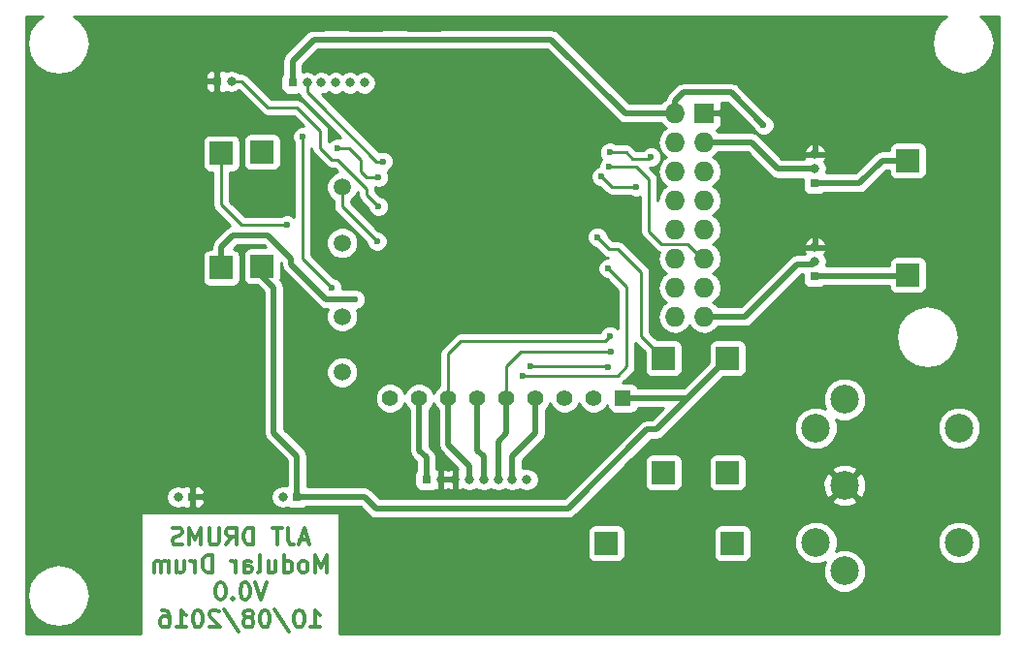
<source format=gbr>
G04 #@! TF.FileFunction,Copper,L2,Bot,Signal*
%FSLAX46Y46*%
G04 Gerber Fmt 4.6, Leading zero omitted, Abs format (unit mm)*
G04 Created by KiCad (PCBNEW 4.0.2-stable) date 29/08/2016 23:52:40*
%MOMM*%
G01*
G04 APERTURE LIST*
%ADD10C,0.100000*%
%ADD11C,0.300000*%
%ADD12C,1.501140*%
%ADD13C,2.499360*%
%ADD14R,1.397000X1.397000*%
%ADD15C,1.397000*%
%ADD16R,1.998980X1.998980*%
%ADD17R,0.800000X0.800000*%
%ADD18O,0.800000X0.800000*%
%ADD19R,1.727200X1.727200*%
%ADD20O,1.727200X1.727200*%
%ADD21C,0.600000*%
%ADD22C,0.508000*%
%ADD23C,0.254000*%
%ADD24C,0.250000*%
G04 APERTURE END LIST*
D10*
D11*
X132039571Y-122126000D02*
X131325285Y-122126000D01*
X132182428Y-122554571D02*
X131682428Y-121054571D01*
X131182428Y-122554571D01*
X130253857Y-121054571D02*
X130253857Y-122126000D01*
X130325285Y-122340286D01*
X130468142Y-122483143D01*
X130682428Y-122554571D01*
X130825285Y-122554571D01*
X129753857Y-121054571D02*
X128896714Y-121054571D01*
X129325285Y-122554571D02*
X129325285Y-121054571D01*
X127253857Y-122554571D02*
X127253857Y-121054571D01*
X126896714Y-121054571D01*
X126682429Y-121126000D01*
X126539571Y-121268857D01*
X126468143Y-121411714D01*
X126396714Y-121697429D01*
X126396714Y-121911714D01*
X126468143Y-122197429D01*
X126539571Y-122340286D01*
X126682429Y-122483143D01*
X126896714Y-122554571D01*
X127253857Y-122554571D01*
X124896714Y-122554571D02*
X125396714Y-121840286D01*
X125753857Y-122554571D02*
X125753857Y-121054571D01*
X125182429Y-121054571D01*
X125039571Y-121126000D01*
X124968143Y-121197429D01*
X124896714Y-121340286D01*
X124896714Y-121554571D01*
X124968143Y-121697429D01*
X125039571Y-121768857D01*
X125182429Y-121840286D01*
X125753857Y-121840286D01*
X124253857Y-121054571D02*
X124253857Y-122268857D01*
X124182429Y-122411714D01*
X124111000Y-122483143D01*
X123968143Y-122554571D01*
X123682429Y-122554571D01*
X123539571Y-122483143D01*
X123468143Y-122411714D01*
X123396714Y-122268857D01*
X123396714Y-121054571D01*
X122682428Y-122554571D02*
X122682428Y-121054571D01*
X122182428Y-122126000D01*
X121682428Y-121054571D01*
X121682428Y-122554571D01*
X121039571Y-122483143D02*
X120825285Y-122554571D01*
X120468142Y-122554571D01*
X120325285Y-122483143D01*
X120253856Y-122411714D01*
X120182428Y-122268857D01*
X120182428Y-122126000D01*
X120253856Y-121983143D01*
X120325285Y-121911714D01*
X120468142Y-121840286D01*
X120753856Y-121768857D01*
X120896714Y-121697429D01*
X120968142Y-121626000D01*
X121039571Y-121483143D01*
X121039571Y-121340286D01*
X120968142Y-121197429D01*
X120896714Y-121126000D01*
X120753856Y-121054571D01*
X120396714Y-121054571D01*
X120182428Y-121126000D01*
X133646714Y-124954571D02*
X133646714Y-123454571D01*
X133146714Y-124526000D01*
X132646714Y-123454571D01*
X132646714Y-124954571D01*
X131718142Y-124954571D02*
X131861000Y-124883143D01*
X131932428Y-124811714D01*
X132003857Y-124668857D01*
X132003857Y-124240286D01*
X131932428Y-124097429D01*
X131861000Y-124026000D01*
X131718142Y-123954571D01*
X131503857Y-123954571D01*
X131361000Y-124026000D01*
X131289571Y-124097429D01*
X131218142Y-124240286D01*
X131218142Y-124668857D01*
X131289571Y-124811714D01*
X131361000Y-124883143D01*
X131503857Y-124954571D01*
X131718142Y-124954571D01*
X129932428Y-124954571D02*
X129932428Y-123454571D01*
X129932428Y-124883143D02*
X130075285Y-124954571D01*
X130360999Y-124954571D01*
X130503857Y-124883143D01*
X130575285Y-124811714D01*
X130646714Y-124668857D01*
X130646714Y-124240286D01*
X130575285Y-124097429D01*
X130503857Y-124026000D01*
X130360999Y-123954571D01*
X130075285Y-123954571D01*
X129932428Y-124026000D01*
X128575285Y-123954571D02*
X128575285Y-124954571D01*
X129218142Y-123954571D02*
X129218142Y-124740286D01*
X129146714Y-124883143D01*
X129003856Y-124954571D01*
X128789571Y-124954571D01*
X128646714Y-124883143D01*
X128575285Y-124811714D01*
X127646713Y-124954571D02*
X127789571Y-124883143D01*
X127860999Y-124740286D01*
X127860999Y-123454571D01*
X126432428Y-124954571D02*
X126432428Y-124168857D01*
X126503857Y-124026000D01*
X126646714Y-123954571D01*
X126932428Y-123954571D01*
X127075285Y-124026000D01*
X126432428Y-124883143D02*
X126575285Y-124954571D01*
X126932428Y-124954571D01*
X127075285Y-124883143D01*
X127146714Y-124740286D01*
X127146714Y-124597429D01*
X127075285Y-124454571D01*
X126932428Y-124383143D01*
X126575285Y-124383143D01*
X126432428Y-124311714D01*
X125718142Y-124954571D02*
X125718142Y-123954571D01*
X125718142Y-124240286D02*
X125646714Y-124097429D01*
X125575285Y-124026000D01*
X125432428Y-123954571D01*
X125289571Y-123954571D01*
X123646714Y-124954571D02*
X123646714Y-123454571D01*
X123289571Y-123454571D01*
X123075286Y-123526000D01*
X122932428Y-123668857D01*
X122861000Y-123811714D01*
X122789571Y-124097429D01*
X122789571Y-124311714D01*
X122861000Y-124597429D01*
X122932428Y-124740286D01*
X123075286Y-124883143D01*
X123289571Y-124954571D01*
X123646714Y-124954571D01*
X122146714Y-124954571D02*
X122146714Y-123954571D01*
X122146714Y-124240286D02*
X122075286Y-124097429D01*
X122003857Y-124026000D01*
X121861000Y-123954571D01*
X121718143Y-123954571D01*
X120575286Y-123954571D02*
X120575286Y-124954571D01*
X121218143Y-123954571D02*
X121218143Y-124740286D01*
X121146715Y-124883143D01*
X121003857Y-124954571D01*
X120789572Y-124954571D01*
X120646715Y-124883143D01*
X120575286Y-124811714D01*
X119861000Y-124954571D02*
X119861000Y-123954571D01*
X119861000Y-124097429D02*
X119789572Y-124026000D01*
X119646714Y-123954571D01*
X119432429Y-123954571D01*
X119289572Y-124026000D01*
X119218143Y-124168857D01*
X119218143Y-124954571D01*
X119218143Y-124168857D02*
X119146714Y-124026000D01*
X119003857Y-123954571D01*
X118789572Y-123954571D01*
X118646714Y-124026000D01*
X118575286Y-124168857D01*
X118575286Y-124954571D01*
X128396714Y-125854571D02*
X127896714Y-127354571D01*
X127396714Y-125854571D01*
X126611000Y-125854571D02*
X126468143Y-125854571D01*
X126325286Y-125926000D01*
X126253857Y-125997429D01*
X126182428Y-126140286D01*
X126111000Y-126426000D01*
X126111000Y-126783143D01*
X126182428Y-127068857D01*
X126253857Y-127211714D01*
X126325286Y-127283143D01*
X126468143Y-127354571D01*
X126611000Y-127354571D01*
X126753857Y-127283143D01*
X126825286Y-127211714D01*
X126896714Y-127068857D01*
X126968143Y-126783143D01*
X126968143Y-126426000D01*
X126896714Y-126140286D01*
X126825286Y-125997429D01*
X126753857Y-125926000D01*
X126611000Y-125854571D01*
X125468143Y-127211714D02*
X125396715Y-127283143D01*
X125468143Y-127354571D01*
X125539572Y-127283143D01*
X125468143Y-127211714D01*
X125468143Y-127354571D01*
X124468143Y-125854571D02*
X124325286Y-125854571D01*
X124182429Y-125926000D01*
X124111000Y-125997429D01*
X124039571Y-126140286D01*
X123968143Y-126426000D01*
X123968143Y-126783143D01*
X124039571Y-127068857D01*
X124111000Y-127211714D01*
X124182429Y-127283143D01*
X124325286Y-127354571D01*
X124468143Y-127354571D01*
X124611000Y-127283143D01*
X124682429Y-127211714D01*
X124753857Y-127068857D01*
X124825286Y-126783143D01*
X124825286Y-126426000D01*
X124753857Y-126140286D01*
X124682429Y-125997429D01*
X124611000Y-125926000D01*
X124468143Y-125854571D01*
X132253856Y-129754571D02*
X133110999Y-129754571D01*
X132682427Y-129754571D02*
X132682427Y-128254571D01*
X132825284Y-128468857D01*
X132968142Y-128611714D01*
X133110999Y-128683143D01*
X131325285Y-128254571D02*
X131182428Y-128254571D01*
X131039571Y-128326000D01*
X130968142Y-128397429D01*
X130896713Y-128540286D01*
X130825285Y-128826000D01*
X130825285Y-129183143D01*
X130896713Y-129468857D01*
X130968142Y-129611714D01*
X131039571Y-129683143D01*
X131182428Y-129754571D01*
X131325285Y-129754571D01*
X131468142Y-129683143D01*
X131539571Y-129611714D01*
X131610999Y-129468857D01*
X131682428Y-129183143D01*
X131682428Y-128826000D01*
X131610999Y-128540286D01*
X131539571Y-128397429D01*
X131468142Y-128326000D01*
X131325285Y-128254571D01*
X129111000Y-128183143D02*
X130396714Y-130111714D01*
X128325285Y-128254571D02*
X128182428Y-128254571D01*
X128039571Y-128326000D01*
X127968142Y-128397429D01*
X127896713Y-128540286D01*
X127825285Y-128826000D01*
X127825285Y-129183143D01*
X127896713Y-129468857D01*
X127968142Y-129611714D01*
X128039571Y-129683143D01*
X128182428Y-129754571D01*
X128325285Y-129754571D01*
X128468142Y-129683143D01*
X128539571Y-129611714D01*
X128610999Y-129468857D01*
X128682428Y-129183143D01*
X128682428Y-128826000D01*
X128610999Y-128540286D01*
X128539571Y-128397429D01*
X128468142Y-128326000D01*
X128325285Y-128254571D01*
X126968142Y-128897429D02*
X127111000Y-128826000D01*
X127182428Y-128754571D01*
X127253857Y-128611714D01*
X127253857Y-128540286D01*
X127182428Y-128397429D01*
X127111000Y-128326000D01*
X126968142Y-128254571D01*
X126682428Y-128254571D01*
X126539571Y-128326000D01*
X126468142Y-128397429D01*
X126396714Y-128540286D01*
X126396714Y-128611714D01*
X126468142Y-128754571D01*
X126539571Y-128826000D01*
X126682428Y-128897429D01*
X126968142Y-128897429D01*
X127111000Y-128968857D01*
X127182428Y-129040286D01*
X127253857Y-129183143D01*
X127253857Y-129468857D01*
X127182428Y-129611714D01*
X127111000Y-129683143D01*
X126968142Y-129754571D01*
X126682428Y-129754571D01*
X126539571Y-129683143D01*
X126468142Y-129611714D01*
X126396714Y-129468857D01*
X126396714Y-129183143D01*
X126468142Y-129040286D01*
X126539571Y-128968857D01*
X126682428Y-128897429D01*
X124682429Y-128183143D02*
X125968143Y-130111714D01*
X124253857Y-128397429D02*
X124182428Y-128326000D01*
X124039571Y-128254571D01*
X123682428Y-128254571D01*
X123539571Y-128326000D01*
X123468142Y-128397429D01*
X123396714Y-128540286D01*
X123396714Y-128683143D01*
X123468142Y-128897429D01*
X124325285Y-129754571D01*
X123396714Y-129754571D01*
X122468143Y-128254571D02*
X122325286Y-128254571D01*
X122182429Y-128326000D01*
X122111000Y-128397429D01*
X122039571Y-128540286D01*
X121968143Y-128826000D01*
X121968143Y-129183143D01*
X122039571Y-129468857D01*
X122111000Y-129611714D01*
X122182429Y-129683143D01*
X122325286Y-129754571D01*
X122468143Y-129754571D01*
X122611000Y-129683143D01*
X122682429Y-129611714D01*
X122753857Y-129468857D01*
X122825286Y-129183143D01*
X122825286Y-128826000D01*
X122753857Y-128540286D01*
X122682429Y-128397429D01*
X122611000Y-128326000D01*
X122468143Y-128254571D01*
X120539572Y-129754571D02*
X121396715Y-129754571D01*
X120968143Y-129754571D02*
X120968143Y-128254571D01*
X121111000Y-128468857D01*
X121253858Y-128611714D01*
X121396715Y-128683143D01*
X119253858Y-128254571D02*
X119539572Y-128254571D01*
X119682429Y-128326000D01*
X119753858Y-128397429D01*
X119896715Y-128611714D01*
X119968144Y-128897429D01*
X119968144Y-129468857D01*
X119896715Y-129611714D01*
X119825287Y-129683143D01*
X119682429Y-129754571D01*
X119396715Y-129754571D01*
X119253858Y-129683143D01*
X119182429Y-129611714D01*
X119111001Y-129468857D01*
X119111001Y-129111714D01*
X119182429Y-128968857D01*
X119253858Y-128897429D01*
X119396715Y-128826000D01*
X119682429Y-128826000D01*
X119825287Y-128897429D01*
X119896715Y-128968857D01*
X119968144Y-129111714D01*
D12*
X135001000Y-107469940D03*
X135001000Y-102588060D03*
X135001000Y-96166940D03*
X135001000Y-91285060D03*
D13*
X178866800Y-124846080D03*
X176364900Y-112351820D03*
X178864260Y-117348000D03*
X178866800Y-109849920D03*
X176364900Y-122344180D03*
X188861700Y-112346740D03*
X188861700Y-122349260D03*
D14*
X159512000Y-109728000D03*
D15*
X156972000Y-109728000D03*
X154432000Y-109728000D03*
X151892000Y-109728000D03*
X149352000Y-109728000D03*
X146812000Y-109728000D03*
X144272000Y-109728000D03*
X141732000Y-109728000D03*
X139192000Y-109728000D03*
D16*
X168656000Y-106250740D03*
X168656000Y-116253260D03*
X169077640Y-122428000D03*
X158074360Y-122428000D03*
X163068000Y-116253260D03*
X163068000Y-106250740D03*
X184404000Y-88978740D03*
X184404000Y-98981260D03*
X128016000Y-98219260D03*
X128016000Y-88216740D03*
X124460000Y-88343740D03*
X124460000Y-98346260D03*
D17*
X142367000Y-116840000D03*
D18*
X143617000Y-116840000D03*
X144867000Y-116840000D03*
X146117000Y-116840000D03*
X147367000Y-116840000D03*
X148617000Y-116840000D03*
X149867000Y-116840000D03*
X151117000Y-116840000D03*
D19*
X166624000Y-84836000D03*
D20*
X164084000Y-84836000D03*
X166624000Y-87376000D03*
X164084000Y-87376000D03*
X166624000Y-89916000D03*
X164084000Y-89916000D03*
X166624000Y-92456000D03*
X164084000Y-92456000D03*
X166624000Y-94996000D03*
X164084000Y-94996000D03*
X166624000Y-97536000D03*
X164084000Y-97536000D03*
X166624000Y-100076000D03*
X164084000Y-100076000D03*
X166624000Y-102616000D03*
X164084000Y-102616000D03*
D17*
X130683000Y-82169000D03*
D18*
X131933000Y-82169000D03*
X133183000Y-82169000D03*
X134433000Y-82169000D03*
X135683000Y-82169000D03*
X136933000Y-82169000D03*
D17*
X131064000Y-118364000D03*
D18*
X129814000Y-118364000D03*
D17*
X124079000Y-82042000D03*
D18*
X125329000Y-82042000D03*
D17*
X176276000Y-90932000D03*
D18*
X176276000Y-89682000D03*
X176276000Y-88432000D03*
D17*
X176276000Y-99060000D03*
D18*
X176276000Y-97810000D03*
X176276000Y-96560000D03*
D17*
X121920000Y-118364000D03*
D18*
X120670000Y-118364000D03*
D21*
X187960000Y-129540000D03*
X185420000Y-129540000D03*
X182880000Y-129540000D03*
X180340000Y-129540000D03*
X177800000Y-129540000D03*
X175260000Y-129540000D03*
X172720000Y-129540000D03*
X170180000Y-129540000D03*
X167640000Y-129540000D03*
X163830000Y-129540000D03*
X161290000Y-129540000D03*
X158750000Y-129540000D03*
X157480000Y-128270000D03*
X153670000Y-128270000D03*
X151130000Y-128270000D03*
X148590000Y-128270000D03*
X146050000Y-128270000D03*
X143510000Y-128270000D03*
X140970000Y-128270000D03*
X118110000Y-77470000D03*
X120650000Y-77470000D03*
X123190000Y-77470000D03*
X125730000Y-77470000D03*
X128270000Y-77470000D03*
X130810000Y-77470000D03*
X133350000Y-77470000D03*
X143510000Y-77470000D03*
X140970000Y-77470000D03*
X138430000Y-77470000D03*
X135890000Y-77470000D03*
X186690000Y-83820000D03*
X184150000Y-83820000D03*
X181610000Y-83820000D03*
X180340000Y-81280000D03*
X177800000Y-78740000D03*
X175260000Y-78740000D03*
X172720000Y-78740000D03*
X190500000Y-104140000D03*
X190500000Y-101600000D03*
X190500000Y-99060000D03*
X190500000Y-96520000D03*
X190500000Y-93980000D03*
X190500000Y-91440000D03*
X190500000Y-88900000D03*
X190500000Y-86360000D03*
X190500000Y-83820000D03*
X110490000Y-109220000D03*
X110490000Y-111760000D03*
X110490000Y-114300000D03*
X110490000Y-116840000D03*
X120396000Y-95504000D03*
X157480000Y-99060000D03*
X151485600Y-106934000D03*
X158191200Y-107035600D03*
X158394400Y-104292400D03*
X150774400Y-107797600D03*
X158242000Y-98399600D03*
X158445200Y-105664000D03*
X161975800Y-88646000D03*
X158369000Y-88265000D03*
X158292800Y-89509600D03*
X160680400Y-91287600D03*
X157632400Y-90373200D03*
X138582400Y-89052400D03*
X131572000Y-86868000D03*
X134112000Y-100076000D03*
X138176000Y-92964000D03*
X134620000Y-87884000D03*
X138176000Y-90424000D03*
X136144000Y-101092000D03*
X171805600Y-85852000D03*
X130175000Y-94615000D03*
X157276800Y-95656400D03*
X138049000Y-96012000D03*
D22*
X182880000Y-129540000D02*
X185420000Y-129540000D01*
X177800000Y-129540000D02*
X180340000Y-129540000D01*
X172720000Y-129540000D02*
X175260000Y-129540000D01*
X167640000Y-129540000D02*
X170180000Y-129540000D01*
X161290000Y-129540000D02*
X163830000Y-129540000D01*
X157480000Y-128270000D02*
X158750000Y-129540000D01*
X151130000Y-128270000D02*
X153670000Y-128270000D01*
X146050000Y-128270000D02*
X148590000Y-128270000D01*
X140970000Y-128270000D02*
X143510000Y-128270000D01*
X120650000Y-77470000D02*
X123190000Y-77470000D01*
X125730000Y-77470000D02*
X128270000Y-77470000D01*
X130810000Y-77470000D02*
X133350000Y-77470000D01*
X115570000Y-77470000D02*
X118110000Y-77470000D01*
X140970000Y-77470000D02*
X143510000Y-77470000D01*
X135890000Y-77470000D02*
X138430000Y-77470000D01*
X181610000Y-83820000D02*
X184150000Y-83820000D01*
X177800000Y-78740000D02*
X180340000Y-81280000D01*
X172720000Y-78740000D02*
X175260000Y-78740000D01*
X190500000Y-81280000D02*
X190500000Y-83820000D01*
X190500000Y-101600000D02*
X190500000Y-104140000D01*
X190500000Y-96520000D02*
X190500000Y-99060000D01*
X190500000Y-91440000D02*
X190500000Y-93980000D01*
X190500000Y-86360000D02*
X190500000Y-88900000D01*
X110490000Y-111760000D02*
X110490000Y-109220000D01*
X110490000Y-116840000D02*
X110490000Y-114300000D01*
X142367000Y-116840000D02*
X142367000Y-114935000D01*
X142367000Y-114935000D02*
X141732000Y-114300000D01*
D23*
X158089600Y-106934000D02*
X151485600Y-106934000D01*
X158191200Y-107035600D02*
X158089600Y-106934000D01*
D22*
X141732000Y-114300000D02*
X141732000Y-109728000D01*
X146117000Y-116840000D02*
X146117000Y-115637000D01*
X146117000Y-115637000D02*
X144272000Y-113792000D01*
D23*
X144272000Y-105867200D02*
X144272000Y-109728000D01*
X145389600Y-104749600D02*
X144272000Y-105867200D01*
X157937200Y-104749600D02*
X145389600Y-104749600D01*
X158394400Y-104292400D02*
X157937200Y-104749600D01*
D22*
X144272000Y-113792000D02*
X144272000Y-109728000D01*
D23*
X159054800Y-107797600D02*
X150774400Y-107797600D01*
X159867600Y-106984800D02*
X159054800Y-107797600D01*
X159867600Y-100025200D02*
X159867600Y-106984800D01*
X158242000Y-98399600D02*
X159867600Y-100025200D01*
D22*
X146812000Y-109728000D02*
X146812000Y-114300000D01*
X147367000Y-114855000D02*
X147367000Y-116840000D01*
X146812000Y-114300000D02*
X147367000Y-114855000D01*
D23*
X149352000Y-106934000D02*
X149352000Y-109728000D01*
X150571200Y-105714800D02*
X149352000Y-106934000D01*
X158394400Y-105714800D02*
X150571200Y-105714800D01*
X158445200Y-105664000D02*
X158394400Y-105714800D01*
D22*
X149352000Y-112776000D02*
X149352000Y-109728000D01*
X148617000Y-116840000D02*
X148617000Y-113511000D01*
X148617000Y-113511000D02*
X149352000Y-112776000D01*
X151892000Y-112776000D02*
X151892000Y-109728000D01*
X149867000Y-116840000D02*
X149867000Y-114801000D01*
X149867000Y-114801000D02*
X151892000Y-112776000D01*
X176276000Y-89682000D02*
X173044800Y-89682000D01*
X170738800Y-87376000D02*
X166624000Y-87376000D01*
X173044800Y-89682000D02*
X170738800Y-87376000D01*
D23*
X160375600Y-88823800D02*
X159791400Y-88239600D01*
X159791400Y-88239600D02*
X158445200Y-88239600D01*
X161975800Y-88646000D02*
X161798000Y-88823800D01*
X161798000Y-88823800D02*
X161721800Y-88823800D01*
X161721800Y-88823800D02*
X160375600Y-88823800D01*
X158394400Y-88239600D02*
X158445200Y-88239600D01*
X158369000Y-88265000D02*
X158394400Y-88239600D01*
X166624000Y-97536000D02*
X166471600Y-97536000D01*
X166471600Y-97536000D02*
X165201600Y-96266000D01*
X165201600Y-96266000D02*
X162915600Y-96266000D01*
X162915600Y-96266000D02*
X161798000Y-95148400D01*
X161798000Y-95148400D02*
X161798000Y-90627200D01*
X161798000Y-90627200D02*
X160680400Y-89509600D01*
X160680400Y-89509600D02*
X158292800Y-89509600D01*
X158546800Y-91287600D02*
X160680400Y-91287600D01*
X157632400Y-90373200D02*
X158546800Y-91287600D01*
D22*
X166624000Y-102616000D02*
X170180000Y-102616000D01*
X174752000Y-98044000D02*
X176042000Y-98044000D01*
X173228000Y-99568000D02*
X174752000Y-98044000D01*
X170180000Y-102616000D02*
X173228000Y-99568000D01*
X176042000Y-98044000D02*
X176276000Y-97810000D01*
D23*
X138582400Y-89052400D02*
X138023600Y-89052400D01*
X131978400Y-83007200D02*
X131978400Y-82214400D01*
X132994400Y-84023200D02*
X131978400Y-83007200D01*
X138023600Y-89052400D02*
X132994400Y-84023200D01*
X131978400Y-82214400D02*
X131933000Y-82169000D01*
X138582400Y-89052400D02*
X138531600Y-89052400D01*
X131572000Y-86868000D02*
X131572000Y-97536000D01*
X131572000Y-97536000D02*
X134112000Y-100076000D01*
X126238000Y-82042000D02*
X125329000Y-82042000D01*
X128524000Y-84328000D02*
X126238000Y-82042000D01*
X131064000Y-84328000D02*
X128524000Y-84328000D01*
X133096000Y-86360000D02*
X131064000Y-84328000D01*
X133096000Y-87884000D02*
X133096000Y-86360000D01*
X134112000Y-88900000D02*
X133096000Y-87884000D01*
X134620000Y-88900000D02*
X134112000Y-88900000D01*
X137160000Y-91440000D02*
X134620000Y-88900000D01*
X137160000Y-91948000D02*
X137160000Y-91440000D01*
X138176000Y-92964000D02*
X137160000Y-91948000D01*
D22*
X176276000Y-99060000D02*
X183817260Y-99060000D01*
X183817260Y-99060000D02*
X184404000Y-98473260D01*
D23*
X136652000Y-89916000D02*
X137160000Y-90424000D01*
X136652000Y-88900000D02*
X136652000Y-89916000D01*
X135636000Y-87884000D02*
X136652000Y-88900000D01*
X134620000Y-87884000D02*
X135636000Y-87884000D01*
X138176000Y-90424000D02*
X137160000Y-90424000D01*
D22*
X124460000Y-96520000D02*
X125476000Y-95504000D01*
X125476000Y-95504000D02*
X128524000Y-95504000D01*
X128524000Y-95504000D02*
X130556000Y-97536000D01*
X130556000Y-97536000D02*
X130556000Y-98044000D01*
X130556000Y-98044000D02*
X133604000Y-101092000D01*
X133604000Y-101092000D02*
X136144000Y-101092000D01*
X124460000Y-98346260D02*
X124460000Y-96520000D01*
X182473600Y-88978740D02*
X182140860Y-88978740D01*
X180187600Y-90932000D02*
X178816000Y-90932000D01*
X182140860Y-88978740D02*
X180187600Y-90932000D01*
X176276000Y-90932000D02*
X178816000Y-90932000D01*
X184404000Y-88978740D02*
X182473600Y-88978740D01*
X164084000Y-84836000D02*
X164084000Y-83718400D01*
X168960800Y-83007200D02*
X171805600Y-85852000D01*
X164795200Y-83007200D02*
X168960800Y-83007200D01*
X164084000Y-83718400D02*
X164795200Y-83007200D01*
X164084000Y-84836000D02*
X159715200Y-84836000D01*
X130683000Y-80238600D02*
X130683000Y-82169000D01*
X132537200Y-78384400D02*
X130683000Y-80238600D01*
X153263600Y-78384400D02*
X132537200Y-78384400D01*
X159715200Y-84836000D02*
X153263600Y-78384400D01*
X131064000Y-118364000D02*
X136956800Y-118364000D01*
X162435540Y-112471200D02*
X165178740Y-109728000D01*
X161645600Y-112471200D02*
X162435540Y-112471200D01*
X154736800Y-119380000D02*
X161645600Y-112471200D01*
X137972800Y-119380000D02*
X154736800Y-119380000D01*
X136956800Y-118364000D02*
X137972800Y-119380000D01*
X159512000Y-109728000D02*
X165178740Y-109728000D01*
X165178740Y-109728000D02*
X168656000Y-106250740D01*
X128016000Y-98219260D02*
X128016000Y-99060000D01*
X128016000Y-99060000D02*
X129032000Y-100076000D01*
X131064000Y-114808000D02*
X131064000Y-118364000D01*
X129032000Y-112776000D02*
X131064000Y-114808000D01*
X129032000Y-100076000D02*
X129032000Y-112776000D01*
D24*
X124460000Y-88343740D02*
X124460000Y-92837000D01*
X126238000Y-94615000D02*
X130175000Y-94615000D01*
X124460000Y-92837000D02*
X126238000Y-94615000D01*
D23*
X161137600Y-104320340D02*
X163068000Y-106250740D01*
X161137600Y-98755200D02*
X161137600Y-104320340D01*
X159105600Y-96723200D02*
X161137600Y-98755200D01*
X158343600Y-96723200D02*
X159105600Y-96723200D01*
X157276800Y-95656400D02*
X158343600Y-96723200D01*
D24*
X135001000Y-92964000D02*
X135001000Y-91285060D01*
X138049000Y-96012000D02*
X135001000Y-92964000D01*
D23*
G36*
X108285932Y-76789932D02*
X107688113Y-77684631D01*
X107478187Y-78740000D01*
X107688113Y-79795369D01*
X108285932Y-80690068D01*
X109180631Y-81287887D01*
X110236000Y-81497813D01*
X111291369Y-81287887D01*
X112186068Y-80690068D01*
X112783887Y-79795369D01*
X112993813Y-78740000D01*
X112783887Y-77684631D01*
X112186068Y-76789932D01*
X111605487Y-76402000D01*
X187765479Y-76402000D01*
X187279932Y-76726432D01*
X186682113Y-77621131D01*
X186472187Y-78676500D01*
X186682113Y-79731869D01*
X187279932Y-80626568D01*
X188174631Y-81224387D01*
X189230000Y-81434313D01*
X190285369Y-81224387D01*
X191180068Y-80626568D01*
X191777887Y-79731869D01*
X191987813Y-78676500D01*
X191777887Y-77621131D01*
X191180068Y-76726432D01*
X190694521Y-76402000D01*
X192330000Y-76402000D01*
X192330000Y-130354000D01*
X134788857Y-130354000D01*
X134788857Y-121428510D01*
X156427430Y-121428510D01*
X156427430Y-123427490D01*
X156471708Y-123662807D01*
X156610780Y-123878931D01*
X156822980Y-124023921D01*
X157074870Y-124074930D01*
X159073850Y-124074930D01*
X159309167Y-124030652D01*
X159525291Y-123891580D01*
X159670281Y-123679380D01*
X159721290Y-123427490D01*
X159721290Y-121428510D01*
X167430710Y-121428510D01*
X167430710Y-123427490D01*
X167474988Y-123662807D01*
X167614060Y-123878931D01*
X167826260Y-124023921D01*
X168078150Y-124074930D01*
X170077130Y-124074930D01*
X170312447Y-124030652D01*
X170528571Y-123891580D01*
X170673561Y-123679380D01*
X170724570Y-123427490D01*
X170724570Y-122717421D01*
X174479894Y-122717421D01*
X174766214Y-123410371D01*
X175295921Y-123941002D01*
X175988369Y-124228532D01*
X176738141Y-124229186D01*
X177153524Y-124057554D01*
X176982448Y-124469549D01*
X176981794Y-125219321D01*
X177268114Y-125912271D01*
X177797821Y-126442902D01*
X178490269Y-126730432D01*
X179240041Y-126731086D01*
X179932991Y-126444766D01*
X180463622Y-125915059D01*
X180751152Y-125222611D01*
X180751806Y-124472839D01*
X180465486Y-123779889D01*
X179935779Y-123249258D01*
X179243331Y-122961728D01*
X178493559Y-122961074D01*
X178078176Y-123132706D01*
X178248508Y-122722501D01*
X186976694Y-122722501D01*
X187263014Y-123415451D01*
X187792721Y-123946082D01*
X188485169Y-124233612D01*
X189234941Y-124234266D01*
X189927891Y-123947946D01*
X190458522Y-123418239D01*
X190746052Y-122725791D01*
X190746706Y-121976019D01*
X190460386Y-121283069D01*
X189930679Y-120752438D01*
X189238231Y-120464908D01*
X188488459Y-120464254D01*
X187795509Y-120750574D01*
X187264878Y-121280281D01*
X186977348Y-121972729D01*
X186976694Y-122722501D01*
X178248508Y-122722501D01*
X178249252Y-122720711D01*
X178249906Y-121970939D01*
X177963586Y-121277989D01*
X177433879Y-120747358D01*
X176741431Y-120459828D01*
X175991659Y-120459174D01*
X175298709Y-120745494D01*
X174768078Y-121275201D01*
X174480548Y-121967649D01*
X174479894Y-122717421D01*
X170724570Y-122717421D01*
X170724570Y-121428510D01*
X170680292Y-121193193D01*
X170541220Y-120977069D01*
X170329020Y-120832079D01*
X170077130Y-120781070D01*
X168078150Y-120781070D01*
X167842833Y-120825348D01*
X167626709Y-120964420D01*
X167481719Y-121176620D01*
X167430710Y-121428510D01*
X159721290Y-121428510D01*
X159677012Y-121193193D01*
X159537940Y-120977069D01*
X159325740Y-120832079D01*
X159073850Y-120781070D01*
X157074870Y-120781070D01*
X156839553Y-120825348D01*
X156623429Y-120964420D01*
X156478439Y-121176620D01*
X156427430Y-121428510D01*
X134788857Y-121428510D01*
X134788857Y-119741000D01*
X117433143Y-119741000D01*
X117433143Y-130354000D01*
X107390000Y-130354000D01*
X107390000Y-127000000D01*
X107478187Y-127000000D01*
X107688113Y-128055369D01*
X108285932Y-128950068D01*
X109180631Y-129547887D01*
X110236000Y-129757813D01*
X111291369Y-129547887D01*
X112186068Y-128950068D01*
X112783887Y-128055369D01*
X112993813Y-127000000D01*
X112783887Y-125944631D01*
X112186068Y-125049932D01*
X111291369Y-124452113D01*
X110236000Y-124242187D01*
X109180631Y-124452113D01*
X108285932Y-125049932D01*
X107688113Y-125944631D01*
X107478187Y-127000000D01*
X107390000Y-127000000D01*
X107390000Y-118364000D01*
X119614723Y-118364000D01*
X119693508Y-118760077D01*
X119917867Y-119095856D01*
X120253646Y-119320215D01*
X120649723Y-119399000D01*
X120690277Y-119399000D01*
X121086354Y-119320215D01*
X121141406Y-119283431D01*
X121160302Y-119302327D01*
X121393691Y-119399000D01*
X121634250Y-119399000D01*
X121793000Y-119240250D01*
X121793000Y-118491000D01*
X122047000Y-118491000D01*
X122047000Y-119240250D01*
X122205750Y-119399000D01*
X122446309Y-119399000D01*
X122679698Y-119302327D01*
X122858327Y-119123699D01*
X122955000Y-118890310D01*
X122955000Y-118649750D01*
X122796250Y-118491000D01*
X122047000Y-118491000D01*
X121793000Y-118491000D01*
X121773000Y-118491000D01*
X121773000Y-118237000D01*
X121793000Y-118237000D01*
X121793000Y-117487750D01*
X122047000Y-117487750D01*
X122047000Y-118237000D01*
X122796250Y-118237000D01*
X122955000Y-118078250D01*
X122955000Y-117837690D01*
X122858327Y-117604301D01*
X122679698Y-117425673D01*
X122446309Y-117329000D01*
X122205750Y-117329000D01*
X122047000Y-117487750D01*
X121793000Y-117487750D01*
X121634250Y-117329000D01*
X121393691Y-117329000D01*
X121160302Y-117425673D01*
X121141406Y-117444569D01*
X121086354Y-117407785D01*
X120690277Y-117329000D01*
X120649723Y-117329000D01*
X120253646Y-117407785D01*
X119917867Y-117632144D01*
X119693508Y-117967923D01*
X119614723Y-118364000D01*
X107390000Y-118364000D01*
X107390000Y-87344250D01*
X122813070Y-87344250D01*
X122813070Y-89343230D01*
X122857348Y-89578547D01*
X122996420Y-89794671D01*
X123208620Y-89939661D01*
X123460510Y-89990670D01*
X123700000Y-89990670D01*
X123700000Y-92837000D01*
X123757852Y-93127839D01*
X123922599Y-93374401D01*
X125215095Y-94666897D01*
X125135794Y-94682671D01*
X124959949Y-94800167D01*
X124847382Y-94875382D01*
X123831382Y-95891382D01*
X123638671Y-96179794D01*
X123571000Y-96520000D01*
X123571000Y-96699330D01*
X123460510Y-96699330D01*
X123225193Y-96743608D01*
X123009069Y-96882680D01*
X122864079Y-97094880D01*
X122813070Y-97346770D01*
X122813070Y-99345750D01*
X122857348Y-99581067D01*
X122996420Y-99797191D01*
X123208620Y-99942181D01*
X123460510Y-99993190D01*
X125459490Y-99993190D01*
X125694807Y-99948912D01*
X125910931Y-99809840D01*
X126055921Y-99597640D01*
X126106930Y-99345750D01*
X126106930Y-97346770D01*
X126062652Y-97111453D01*
X125923580Y-96895329D01*
X125711380Y-96750339D01*
X125524701Y-96712535D01*
X125844236Y-96393000D01*
X128155764Y-96393000D01*
X128335094Y-96572330D01*
X127016510Y-96572330D01*
X126781193Y-96616608D01*
X126565069Y-96755680D01*
X126420079Y-96967880D01*
X126369070Y-97219770D01*
X126369070Y-99218750D01*
X126413348Y-99454067D01*
X126552420Y-99670191D01*
X126764620Y-99815181D01*
X127016510Y-99866190D01*
X127564954Y-99866190D01*
X128143000Y-100444236D01*
X128143000Y-112776000D01*
X128210671Y-113116206D01*
X128373703Y-113360200D01*
X128403382Y-113404618D01*
X130175000Y-115176236D01*
X130175000Y-117396774D01*
X129834277Y-117329000D01*
X129793723Y-117329000D01*
X129397646Y-117407785D01*
X129061867Y-117632144D01*
X128837508Y-117967923D01*
X128758723Y-118364000D01*
X128837508Y-118760077D01*
X129061867Y-119095856D01*
X129397646Y-119320215D01*
X129793723Y-119399000D01*
X129834277Y-119399000D01*
X130230354Y-119320215D01*
X130292489Y-119278698D01*
X130412110Y-119360431D01*
X130664000Y-119411440D01*
X131464000Y-119411440D01*
X131699317Y-119367162D01*
X131876730Y-119253000D01*
X136588564Y-119253000D01*
X137344182Y-120008618D01*
X137632594Y-120201329D01*
X137972800Y-120269000D01*
X154736800Y-120269000D01*
X155077006Y-120201329D01*
X155365418Y-120008618D01*
X156692947Y-118681089D01*
X177710777Y-118681089D01*
X177839985Y-118973859D01*
X178540143Y-119242071D01*
X179289644Y-119221928D01*
X179888535Y-118973859D01*
X180017743Y-118681089D01*
X178864260Y-117527605D01*
X177710777Y-118681089D01*
X156692947Y-118681089D01*
X160120266Y-115253770D01*
X161421070Y-115253770D01*
X161421070Y-117252750D01*
X161465348Y-117488067D01*
X161604420Y-117704191D01*
X161816620Y-117849181D01*
X162068510Y-117900190D01*
X164067490Y-117900190D01*
X164302807Y-117855912D01*
X164518931Y-117716840D01*
X164663921Y-117504640D01*
X164714930Y-117252750D01*
X164714930Y-115253770D01*
X167009070Y-115253770D01*
X167009070Y-117252750D01*
X167053348Y-117488067D01*
X167192420Y-117704191D01*
X167404620Y-117849181D01*
X167656510Y-117900190D01*
X169655490Y-117900190D01*
X169890807Y-117855912D01*
X170106931Y-117716840D01*
X170251921Y-117504640D01*
X170302930Y-117252750D01*
X170302930Y-117023883D01*
X176970189Y-117023883D01*
X176990332Y-117773384D01*
X177238401Y-118372275D01*
X177531171Y-118501483D01*
X178684655Y-117348000D01*
X179043865Y-117348000D01*
X180197349Y-118501483D01*
X180490119Y-118372275D01*
X180758331Y-117672117D01*
X180738188Y-116922616D01*
X180490119Y-116323725D01*
X180197349Y-116194517D01*
X179043865Y-117348000D01*
X178684655Y-117348000D01*
X177531171Y-116194517D01*
X177238401Y-116323725D01*
X176970189Y-117023883D01*
X170302930Y-117023883D01*
X170302930Y-116014911D01*
X177710777Y-116014911D01*
X178864260Y-117168395D01*
X180017743Y-116014911D01*
X179888535Y-115722141D01*
X179188377Y-115453929D01*
X178438876Y-115474072D01*
X177839985Y-115722141D01*
X177710777Y-116014911D01*
X170302930Y-116014911D01*
X170302930Y-115253770D01*
X170258652Y-115018453D01*
X170119580Y-114802329D01*
X169907380Y-114657339D01*
X169655490Y-114606330D01*
X167656510Y-114606330D01*
X167421193Y-114650608D01*
X167205069Y-114789680D01*
X167060079Y-115001880D01*
X167009070Y-115253770D01*
X164714930Y-115253770D01*
X164670652Y-115018453D01*
X164531580Y-114802329D01*
X164319380Y-114657339D01*
X164067490Y-114606330D01*
X162068510Y-114606330D01*
X161833193Y-114650608D01*
X161617069Y-114789680D01*
X161472079Y-115001880D01*
X161421070Y-115253770D01*
X160120266Y-115253770D01*
X162013836Y-113360200D01*
X162435540Y-113360200D01*
X162775746Y-113292529D01*
X163064158Y-113099818D01*
X163438915Y-112725061D01*
X174479894Y-112725061D01*
X174766214Y-113418011D01*
X175295921Y-113948642D01*
X175988369Y-114236172D01*
X176738141Y-114236826D01*
X177431091Y-113950506D01*
X177961722Y-113420799D01*
X178249252Y-112728351D01*
X178249259Y-112719981D01*
X186976694Y-112719981D01*
X187263014Y-113412931D01*
X187792721Y-113943562D01*
X188485169Y-114231092D01*
X189234941Y-114231746D01*
X189927891Y-113945426D01*
X190458522Y-113415719D01*
X190746052Y-112723271D01*
X190746706Y-111973499D01*
X190460386Y-111280549D01*
X189930679Y-110749918D01*
X189238231Y-110462388D01*
X188488459Y-110461734D01*
X187795509Y-110748054D01*
X187264878Y-111277761D01*
X186977348Y-111970209D01*
X186976694Y-112719981D01*
X178249259Y-112719981D01*
X178249906Y-111978579D01*
X178078274Y-111563196D01*
X178490269Y-111734272D01*
X179240041Y-111734926D01*
X179932991Y-111448606D01*
X180463622Y-110918899D01*
X180751152Y-110226451D01*
X180751806Y-109476679D01*
X180465486Y-108783729D01*
X179935779Y-108253098D01*
X179243331Y-107965568D01*
X178493559Y-107964914D01*
X177800609Y-108251234D01*
X177269978Y-108780941D01*
X176982448Y-109473389D01*
X176981794Y-110223161D01*
X177153426Y-110638544D01*
X176741431Y-110467468D01*
X175991659Y-110466814D01*
X175298709Y-110753134D01*
X174768078Y-111282841D01*
X174480548Y-111975289D01*
X174479894Y-112725061D01*
X163438915Y-112725061D01*
X168266306Y-107897670D01*
X169655490Y-107897670D01*
X169890807Y-107853392D01*
X170106931Y-107714320D01*
X170251921Y-107502120D01*
X170302930Y-107250230D01*
X170302930Y-105251250D01*
X170258652Y-105015933D01*
X170119580Y-104799809D01*
X169907380Y-104654819D01*
X169655490Y-104603810D01*
X167656510Y-104603810D01*
X167421193Y-104648088D01*
X167205069Y-104787160D01*
X167060079Y-104999360D01*
X167009070Y-105251250D01*
X167009070Y-106640434D01*
X164810504Y-108839000D01*
X160822095Y-108839000D01*
X160813662Y-108794183D01*
X160674590Y-108578059D01*
X160462390Y-108433069D01*
X160210500Y-108382060D01*
X159525303Y-108382060D01*
X159593615Y-108336415D01*
X160406416Y-107523615D01*
X160537653Y-107327204D01*
X160571596Y-107276405D01*
X160629600Y-106984800D01*
X160629600Y-104889970D01*
X161421070Y-105681440D01*
X161421070Y-107250230D01*
X161465348Y-107485547D01*
X161604420Y-107701671D01*
X161816620Y-107846661D01*
X162068510Y-107897670D01*
X164067490Y-107897670D01*
X164302807Y-107853392D01*
X164518931Y-107714320D01*
X164663921Y-107502120D01*
X164714930Y-107250230D01*
X164714930Y-105251250D01*
X164670652Y-105015933D01*
X164531580Y-104799809D01*
X164319380Y-104654819D01*
X164067490Y-104603810D01*
X162498700Y-104603810D01*
X162288890Y-104394000D01*
X183322587Y-104394000D01*
X183532513Y-105449369D01*
X184130332Y-106344068D01*
X185025031Y-106941887D01*
X186080400Y-107151813D01*
X187135769Y-106941887D01*
X188030468Y-106344068D01*
X188628287Y-105449369D01*
X188838213Y-104394000D01*
X188628287Y-103338631D01*
X188030468Y-102443932D01*
X187135769Y-101846113D01*
X186080400Y-101636187D01*
X185025031Y-101846113D01*
X184130332Y-102443932D01*
X183532513Y-103338631D01*
X183322587Y-104394000D01*
X162288890Y-104394000D01*
X161899600Y-104004710D01*
X161899600Y-98755200D01*
X161841596Y-98463595D01*
X161676415Y-98216385D01*
X159644415Y-96184385D01*
X159566940Y-96132618D01*
X159397205Y-96019204D01*
X159105600Y-95961200D01*
X158659230Y-95961200D01*
X158211925Y-95513895D01*
X158211962Y-95471233D01*
X158069917Y-95127457D01*
X157807127Y-94864208D01*
X157463599Y-94721562D01*
X157091633Y-94721238D01*
X156747857Y-94863283D01*
X156484608Y-95126073D01*
X156341962Y-95469601D01*
X156341638Y-95841567D01*
X156483683Y-96185343D01*
X156746473Y-96448592D01*
X157090001Y-96591238D01*
X157134046Y-96591276D01*
X157804785Y-97262015D01*
X158051995Y-97427196D01*
X158240025Y-97464598D01*
X158056833Y-97464438D01*
X157713057Y-97606483D01*
X157449808Y-97869273D01*
X157307162Y-98212801D01*
X157306838Y-98584767D01*
X157448883Y-98928543D01*
X157711673Y-99191792D01*
X158055201Y-99334438D01*
X158099246Y-99334476D01*
X159105600Y-100340831D01*
X159105600Y-103681397D01*
X158924727Y-103500208D01*
X158581199Y-103357562D01*
X158209233Y-103357238D01*
X157865457Y-103499283D01*
X157602208Y-103762073D01*
X157508561Y-103987600D01*
X145389600Y-103987600D01*
X145097995Y-104045604D01*
X144850785Y-104210785D01*
X143733185Y-105328385D01*
X143568004Y-105575595D01*
X143510000Y-105867200D01*
X143510000Y-108604461D01*
X143142173Y-108971647D01*
X143001906Y-109309446D01*
X142863146Y-108973620D01*
X142488353Y-108598173D01*
X141998413Y-108394732D01*
X141467914Y-108394269D01*
X140977620Y-108596854D01*
X140602173Y-108971647D01*
X140461906Y-109309446D01*
X140323146Y-108973620D01*
X139948353Y-108598173D01*
X139458413Y-108394732D01*
X138927914Y-108394269D01*
X138437620Y-108596854D01*
X138062173Y-108971647D01*
X137858732Y-109461587D01*
X137858269Y-109992086D01*
X138060854Y-110482380D01*
X138435647Y-110857827D01*
X138925587Y-111061268D01*
X139456086Y-111061731D01*
X139946380Y-110859146D01*
X140321827Y-110484353D01*
X140462094Y-110146554D01*
X140600854Y-110482380D01*
X140843000Y-110724949D01*
X140843000Y-114300000D01*
X140910671Y-114640206D01*
X141022788Y-114808000D01*
X141103382Y-114928618D01*
X141478000Y-115303236D01*
X141478000Y-116030879D01*
X141370569Y-116188110D01*
X141319560Y-116440000D01*
X141319560Y-117240000D01*
X141363838Y-117475317D01*
X141502910Y-117691441D01*
X141715110Y-117836431D01*
X141967000Y-117887440D01*
X142767000Y-117887440D01*
X143002317Y-117843162D01*
X143155865Y-117744357D01*
X143330875Y-117834679D01*
X143490000Y-117708443D01*
X143490000Y-116967000D01*
X143744000Y-116967000D01*
X143744000Y-117708443D01*
X143903125Y-117834679D01*
X144242000Y-117659786D01*
X144580875Y-117834679D01*
X144740000Y-117708443D01*
X144740000Y-116967000D01*
X143744000Y-116967000D01*
X143490000Y-116967000D01*
X143470000Y-116967000D01*
X143470000Y-116713000D01*
X143490000Y-116713000D01*
X143490000Y-115971557D01*
X143744000Y-115971557D01*
X143744000Y-116713000D01*
X144740000Y-116713000D01*
X144740000Y-115971557D01*
X144580875Y-115845321D01*
X144242000Y-116020214D01*
X143903125Y-115845321D01*
X143744000Y-115971557D01*
X143490000Y-115971557D01*
X143330875Y-115845321D01*
X143256000Y-115883964D01*
X143256000Y-114935000D01*
X143227094Y-114789680D01*
X143188330Y-114594795D01*
X142995618Y-114306382D01*
X142621000Y-113931764D01*
X142621000Y-110724760D01*
X142861827Y-110484353D01*
X143002094Y-110146554D01*
X143140854Y-110482380D01*
X143383000Y-110724949D01*
X143383000Y-113792000D01*
X143450671Y-114132206D01*
X143643382Y-114420618D01*
X145105704Y-115882940D01*
X144994000Y-115971557D01*
X144994000Y-116713000D01*
X145014000Y-116713000D01*
X145014000Y-116967000D01*
X144994000Y-116967000D01*
X144994000Y-117708443D01*
X145153125Y-117834679D01*
X145494519Y-117658486D01*
X145700646Y-117796215D01*
X146096723Y-117875000D01*
X146137277Y-117875000D01*
X146533354Y-117796215D01*
X146742000Y-117656803D01*
X146950646Y-117796215D01*
X147346723Y-117875000D01*
X147387277Y-117875000D01*
X147783354Y-117796215D01*
X147992000Y-117656803D01*
X148200646Y-117796215D01*
X148596723Y-117875000D01*
X148637277Y-117875000D01*
X149033354Y-117796215D01*
X149242000Y-117656803D01*
X149450646Y-117796215D01*
X149846723Y-117875000D01*
X149887277Y-117875000D01*
X150283354Y-117796215D01*
X150492000Y-117656803D01*
X150700646Y-117796215D01*
X151096723Y-117875000D01*
X151137277Y-117875000D01*
X151533354Y-117796215D01*
X151869133Y-117571856D01*
X152093492Y-117236077D01*
X152172277Y-116840000D01*
X152093492Y-116443923D01*
X151869133Y-116108144D01*
X151533354Y-115883785D01*
X151137277Y-115805000D01*
X151096723Y-115805000D01*
X150756000Y-115872774D01*
X150756000Y-115169236D01*
X152520618Y-113404618D01*
X152713329Y-113116206D01*
X152781000Y-112776000D01*
X152781000Y-110724760D01*
X153021827Y-110484353D01*
X153162094Y-110146554D01*
X153300854Y-110482380D01*
X153675647Y-110857827D01*
X154165587Y-111061268D01*
X154696086Y-111061731D01*
X155186380Y-110859146D01*
X155561827Y-110484353D01*
X155702094Y-110146554D01*
X155840854Y-110482380D01*
X156215647Y-110857827D01*
X156705587Y-111061268D01*
X157236086Y-111061731D01*
X157726380Y-110859146D01*
X158101827Y-110484353D01*
X158166060Y-110329663D01*
X158166060Y-110426500D01*
X158210338Y-110661817D01*
X158349410Y-110877941D01*
X158561610Y-111022931D01*
X158813500Y-111073940D01*
X160210500Y-111073940D01*
X160445817Y-111029662D01*
X160661941Y-110890590D01*
X160806931Y-110678390D01*
X160819363Y-110617000D01*
X163032504Y-110617000D01*
X162067304Y-111582200D01*
X161645600Y-111582200D01*
X161305395Y-111649870D01*
X161016982Y-111842582D01*
X154368564Y-118491000D01*
X138341036Y-118491000D01*
X137585418Y-117735382D01*
X137474590Y-117661329D01*
X137297006Y-117542671D01*
X136956800Y-117475000D01*
X131953000Y-117475000D01*
X131953000Y-114808000D01*
X131885329Y-114467794D01*
X131692618Y-114179382D01*
X129921000Y-112407764D01*
X129921000Y-107744338D01*
X133615190Y-107744338D01*
X133825686Y-108253777D01*
X134215113Y-108643884D01*
X134724184Y-108855269D01*
X135275398Y-108855750D01*
X135784837Y-108645254D01*
X136174944Y-108255827D01*
X136386329Y-107746756D01*
X136386810Y-107195542D01*
X136176314Y-106686103D01*
X135786887Y-106295996D01*
X135277816Y-106084611D01*
X134726602Y-106084130D01*
X134217163Y-106294626D01*
X133827056Y-106684053D01*
X133615671Y-107193124D01*
X133615190Y-107744338D01*
X129921000Y-107744338D01*
X129921000Y-100076000D01*
X129853329Y-99735794D01*
X129660618Y-99447382D01*
X129624038Y-99410802D01*
X129662930Y-99218750D01*
X129662930Y-97900166D01*
X129667000Y-97904236D01*
X129667000Y-98044000D01*
X129734671Y-98384206D01*
X129868682Y-98584767D01*
X129927382Y-98672618D01*
X132975382Y-101720618D01*
X133263794Y-101913329D01*
X133604000Y-101981000D01*
X133752800Y-101981000D01*
X133615671Y-102311244D01*
X133615190Y-102862458D01*
X133825686Y-103371897D01*
X134215113Y-103762004D01*
X134724184Y-103973389D01*
X135275398Y-103973870D01*
X135784837Y-103763374D01*
X136174944Y-103373947D01*
X136386329Y-102864876D01*
X136386810Y-102313662D01*
X136268409Y-102027109D01*
X136329167Y-102027162D01*
X136672943Y-101885117D01*
X136936192Y-101622327D01*
X137078838Y-101278799D01*
X137079162Y-100906833D01*
X136937117Y-100563057D01*
X136674327Y-100299808D01*
X136330799Y-100157162D01*
X135958833Y-100156838D01*
X135847112Y-100203000D01*
X135046890Y-100203000D01*
X135047162Y-99890833D01*
X134905117Y-99547057D01*
X134642327Y-99283808D01*
X134298799Y-99141162D01*
X134254754Y-99141124D01*
X132334000Y-97220370D01*
X132334000Y-96441338D01*
X133615190Y-96441338D01*
X133825686Y-96950777D01*
X134215113Y-97340884D01*
X134724184Y-97552269D01*
X135275398Y-97552750D01*
X135784837Y-97342254D01*
X136174944Y-96952827D01*
X136386329Y-96443756D01*
X136386810Y-95892542D01*
X136176314Y-95383103D01*
X135786887Y-94992996D01*
X135277816Y-94781611D01*
X134726602Y-94781130D01*
X134217163Y-94991626D01*
X133827056Y-95381053D01*
X133615671Y-95890124D01*
X133615190Y-96441338D01*
X132334000Y-96441338D01*
X132334000Y-87884000D01*
X132392004Y-88175605D01*
X132553567Y-88417400D01*
X132557185Y-88422815D01*
X133573185Y-89438815D01*
X133820395Y-89603996D01*
X134112000Y-89662000D01*
X134304370Y-89662000D01*
X134595705Y-89953335D01*
X134217163Y-90109746D01*
X133827056Y-90499173D01*
X133615671Y-91008244D01*
X133615190Y-91559458D01*
X133825686Y-92068897D01*
X134215113Y-92459004D01*
X134241000Y-92469753D01*
X134241000Y-92964000D01*
X134298852Y-93254839D01*
X134463599Y-93501401D01*
X137113878Y-96151680D01*
X137113838Y-96197167D01*
X137255883Y-96540943D01*
X137518673Y-96804192D01*
X137862201Y-96946838D01*
X138234167Y-96947162D01*
X138577943Y-96805117D01*
X138841192Y-96542327D01*
X138983838Y-96198799D01*
X138984162Y-95826833D01*
X138842117Y-95483057D01*
X138579327Y-95219808D01*
X138235799Y-95077162D01*
X138188923Y-95077121D01*
X135761000Y-92649198D01*
X135761000Y-92470223D01*
X135784837Y-92460374D01*
X136174944Y-92070947D01*
X136332905Y-91690536D01*
X136398000Y-91755631D01*
X136398000Y-91948000D01*
X136456004Y-92239605D01*
X136496091Y-92299599D01*
X136621185Y-92486815D01*
X137240875Y-93106505D01*
X137240838Y-93149167D01*
X137382883Y-93492943D01*
X137645673Y-93756192D01*
X137989201Y-93898838D01*
X138361167Y-93899162D01*
X138704943Y-93757117D01*
X138968192Y-93494327D01*
X139110838Y-93150799D01*
X139111162Y-92778833D01*
X138969117Y-92435057D01*
X138706327Y-92171808D01*
X138362799Y-92029162D01*
X138318754Y-92029124D01*
X137922000Y-91632370D01*
X137922000Y-91440000D01*
X137898352Y-91321114D01*
X137989201Y-91358838D01*
X138361167Y-91359162D01*
X138704943Y-91217117D01*
X138968192Y-90954327D01*
X139110838Y-90610799D01*
X139111162Y-90238833D01*
X138972373Y-89902938D01*
X139111343Y-89845517D01*
X139374592Y-89582727D01*
X139517238Y-89239199D01*
X139517562Y-88867233D01*
X139375517Y-88523457D01*
X139112727Y-88260208D01*
X138769199Y-88117562D01*
X138397233Y-88117238D01*
X138233656Y-88184826D01*
X133244609Y-83195779D01*
X133599354Y-83125215D01*
X133808000Y-82985803D01*
X134016646Y-83125215D01*
X134412723Y-83204000D01*
X134453277Y-83204000D01*
X134849354Y-83125215D01*
X135058000Y-82985803D01*
X135266646Y-83125215D01*
X135662723Y-83204000D01*
X135703277Y-83204000D01*
X136099354Y-83125215D01*
X136308000Y-82985803D01*
X136516646Y-83125215D01*
X136912723Y-83204000D01*
X136953277Y-83204000D01*
X137349354Y-83125215D01*
X137685133Y-82900856D01*
X137909492Y-82565077D01*
X137988277Y-82169000D01*
X137909492Y-81772923D01*
X137685133Y-81437144D01*
X137349354Y-81212785D01*
X136953277Y-81134000D01*
X136912723Y-81134000D01*
X136516646Y-81212785D01*
X136308000Y-81352197D01*
X136099354Y-81212785D01*
X135703277Y-81134000D01*
X135662723Y-81134000D01*
X135266646Y-81212785D01*
X135058000Y-81352197D01*
X134849354Y-81212785D01*
X134453277Y-81134000D01*
X134412723Y-81134000D01*
X134016646Y-81212785D01*
X133808000Y-81352197D01*
X133599354Y-81212785D01*
X133203277Y-81134000D01*
X133162723Y-81134000D01*
X132766646Y-81212785D01*
X132558000Y-81352197D01*
X132349354Y-81212785D01*
X131953277Y-81134000D01*
X131912723Y-81134000D01*
X131572000Y-81201774D01*
X131572000Y-80606836D01*
X132905436Y-79273400D01*
X152895364Y-79273400D01*
X159086582Y-85464618D01*
X159374994Y-85657329D01*
X159715200Y-85725000D01*
X162880933Y-85725000D01*
X162994971Y-85895670D01*
X163309752Y-86106000D01*
X162994971Y-86316330D01*
X162670115Y-86802511D01*
X162556041Y-87376000D01*
X162670115Y-87949489D01*
X162994971Y-88435670D01*
X163309752Y-88646000D01*
X162994971Y-88856330D01*
X162670115Y-89342511D01*
X162556041Y-89916000D01*
X162670115Y-90489489D01*
X162994971Y-90975670D01*
X163309752Y-91186000D01*
X162994971Y-91396330D01*
X162670115Y-91882511D01*
X162560000Y-92436097D01*
X162560000Y-90627200D01*
X162501996Y-90335595D01*
X162336815Y-90088385D01*
X161829303Y-89580873D01*
X162160967Y-89581162D01*
X162504743Y-89439117D01*
X162767992Y-89176327D01*
X162910638Y-88832799D01*
X162910962Y-88460833D01*
X162768917Y-88117057D01*
X162506127Y-87853808D01*
X162162599Y-87711162D01*
X161790633Y-87710838D01*
X161446857Y-87852883D01*
X161237575Y-88061800D01*
X160691231Y-88061800D01*
X160330215Y-87700785D01*
X160269463Y-87660192D01*
X160083005Y-87535604D01*
X159791400Y-87477600D01*
X158904111Y-87477600D01*
X158899327Y-87472808D01*
X158555799Y-87330162D01*
X158183833Y-87329838D01*
X157840057Y-87471883D01*
X157576808Y-87734673D01*
X157434162Y-88078201D01*
X157433838Y-88450167D01*
X157575883Y-88793943D01*
X157630976Y-88849132D01*
X157500608Y-88979273D01*
X157357962Y-89322801D01*
X157357829Y-89474979D01*
X157103457Y-89580083D01*
X156840208Y-89842873D01*
X156697562Y-90186401D01*
X156697238Y-90558367D01*
X156839283Y-90902143D01*
X157102073Y-91165392D01*
X157445601Y-91308038D01*
X157489646Y-91308076D01*
X158007985Y-91826415D01*
X158255195Y-91991596D01*
X158546800Y-92049600D01*
X160119934Y-92049600D01*
X160150073Y-92079792D01*
X160493601Y-92222438D01*
X160865567Y-92222762D01*
X161036000Y-92152341D01*
X161036000Y-95148400D01*
X161094004Y-95440005D01*
X161180523Y-95569489D01*
X161259185Y-95687215D01*
X162376785Y-96804815D01*
X162623995Y-96969996D01*
X162666927Y-96978536D01*
X162556041Y-97536000D01*
X162670115Y-98109489D01*
X162994971Y-98595670D01*
X163309752Y-98806000D01*
X162994971Y-99016330D01*
X162670115Y-99502511D01*
X162556041Y-100076000D01*
X162670115Y-100649489D01*
X162994971Y-101135670D01*
X163309752Y-101346000D01*
X162994971Y-101556330D01*
X162670115Y-102042511D01*
X162556041Y-102616000D01*
X162670115Y-103189489D01*
X162994971Y-103675670D01*
X163481152Y-104000526D01*
X164054641Y-104114600D01*
X164113359Y-104114600D01*
X164686848Y-104000526D01*
X165173029Y-103675670D01*
X165354000Y-103404828D01*
X165534971Y-103675670D01*
X166021152Y-104000526D01*
X166594641Y-104114600D01*
X166653359Y-104114600D01*
X167226848Y-104000526D01*
X167713029Y-103675670D01*
X167827067Y-103505000D01*
X170180000Y-103505000D01*
X170520206Y-103437329D01*
X170808618Y-103244618D01*
X175120236Y-98933000D01*
X175228560Y-98933000D01*
X175228560Y-99460000D01*
X175272838Y-99695317D01*
X175411910Y-99911441D01*
X175624110Y-100056431D01*
X175876000Y-100107440D01*
X176676000Y-100107440D01*
X176911317Y-100063162D01*
X177088730Y-99949000D01*
X182757070Y-99949000D01*
X182757070Y-99980750D01*
X182801348Y-100216067D01*
X182940420Y-100432191D01*
X183152620Y-100577181D01*
X183404510Y-100628190D01*
X185403490Y-100628190D01*
X185638807Y-100583912D01*
X185854931Y-100444840D01*
X185999921Y-100232640D01*
X186050930Y-99980750D01*
X186050930Y-97981770D01*
X186006652Y-97746453D01*
X185867580Y-97530329D01*
X185655380Y-97385339D01*
X185403490Y-97334330D01*
X183404510Y-97334330D01*
X183169193Y-97378608D01*
X182953069Y-97517680D01*
X182808079Y-97729880D01*
X182757070Y-97981770D01*
X182757070Y-98171000D01*
X177243226Y-98171000D01*
X177311000Y-97830277D01*
X177311000Y-97789723D01*
X177232215Y-97393646D01*
X177094486Y-97187519D01*
X177270679Y-96846125D01*
X177144443Y-96687000D01*
X176403000Y-96687000D01*
X176403000Y-96707000D01*
X176149000Y-96707000D01*
X176149000Y-96687000D01*
X175407557Y-96687000D01*
X175281321Y-96846125D01*
X175440731Y-97155000D01*
X174752000Y-97155000D01*
X174411794Y-97222671D01*
X174123382Y-97415382D01*
X169811764Y-101727000D01*
X167827067Y-101727000D01*
X167713029Y-101556330D01*
X167398248Y-101346000D01*
X167713029Y-101135670D01*
X168037885Y-100649489D01*
X168151959Y-100076000D01*
X168037885Y-99502511D01*
X167713029Y-99016330D01*
X167398248Y-98806000D01*
X167713029Y-98595670D01*
X168037885Y-98109489D01*
X168151959Y-97536000D01*
X168037885Y-96962511D01*
X167713029Y-96476330D01*
X167410034Y-96273875D01*
X175281321Y-96273875D01*
X175407557Y-96433000D01*
X176149000Y-96433000D01*
X176149000Y-95693002D01*
X176403000Y-95693002D01*
X176403000Y-96433000D01*
X177144443Y-96433000D01*
X177270679Y-96273875D01*
X177085468Y-95915008D01*
X176777023Y-95654335D01*
X176562123Y-95565334D01*
X176403000Y-95693002D01*
X176149000Y-95693002D01*
X175989877Y-95565334D01*
X175774977Y-95654335D01*
X175466532Y-95915008D01*
X175281321Y-96273875D01*
X167410034Y-96273875D01*
X167398248Y-96266000D01*
X167713029Y-96055670D01*
X168037885Y-95569489D01*
X168151959Y-94996000D01*
X168037885Y-94422511D01*
X167713029Y-93936330D01*
X167398248Y-93726000D01*
X167713029Y-93515670D01*
X168037885Y-93029489D01*
X168151959Y-92456000D01*
X168037885Y-91882511D01*
X167713029Y-91396330D01*
X167398248Y-91186000D01*
X167713029Y-90975670D01*
X168037885Y-90489489D01*
X168151959Y-89916000D01*
X168037885Y-89342511D01*
X167713029Y-88856330D01*
X167398248Y-88646000D01*
X167713029Y-88435670D01*
X167827067Y-88265000D01*
X170370564Y-88265000D01*
X172416182Y-90310618D01*
X172704594Y-90503329D01*
X173044800Y-90571000D01*
X175228560Y-90571000D01*
X175228560Y-91332000D01*
X175272838Y-91567317D01*
X175411910Y-91783441D01*
X175624110Y-91928431D01*
X175876000Y-91979440D01*
X176676000Y-91979440D01*
X176911317Y-91935162D01*
X177088730Y-91821000D01*
X180187600Y-91821000D01*
X180527806Y-91753329D01*
X180816218Y-91560618D01*
X182509096Y-89867740D01*
X182757070Y-89867740D01*
X182757070Y-89978230D01*
X182801348Y-90213547D01*
X182940420Y-90429671D01*
X183152620Y-90574661D01*
X183404510Y-90625670D01*
X185403490Y-90625670D01*
X185638807Y-90581392D01*
X185854931Y-90442320D01*
X185999921Y-90230120D01*
X186050930Y-89978230D01*
X186050930Y-87979250D01*
X186006652Y-87743933D01*
X185867580Y-87527809D01*
X185655380Y-87382819D01*
X185403490Y-87331810D01*
X183404510Y-87331810D01*
X183169193Y-87376088D01*
X182953069Y-87515160D01*
X182808079Y-87727360D01*
X182757070Y-87979250D01*
X182757070Y-88089740D01*
X182140860Y-88089740D01*
X181800654Y-88157411D01*
X181601622Y-88290400D01*
X181512242Y-88350122D01*
X179819364Y-90043000D01*
X177243226Y-90043000D01*
X177311000Y-89702277D01*
X177311000Y-89661723D01*
X177232215Y-89265646D01*
X177094486Y-89059519D01*
X177270679Y-88718125D01*
X177144443Y-88559000D01*
X176403000Y-88559000D01*
X176403000Y-88579000D01*
X176149000Y-88579000D01*
X176149000Y-88559000D01*
X175407557Y-88559000D01*
X175281321Y-88718125D01*
X175319964Y-88793000D01*
X173413036Y-88793000D01*
X172765911Y-88145875D01*
X175281321Y-88145875D01*
X175407557Y-88305000D01*
X176149000Y-88305000D01*
X176149000Y-87565002D01*
X176403000Y-87565002D01*
X176403000Y-88305000D01*
X177144443Y-88305000D01*
X177270679Y-88145875D01*
X177085468Y-87787008D01*
X176777023Y-87526335D01*
X176562123Y-87437334D01*
X176403000Y-87565002D01*
X176149000Y-87565002D01*
X175989877Y-87437334D01*
X175774977Y-87526335D01*
X175466532Y-87787008D01*
X175281321Y-88145875D01*
X172765911Y-88145875D01*
X171367418Y-86747382D01*
X171357867Y-86741000D01*
X171079006Y-86554671D01*
X170738800Y-86487000D01*
X167827067Y-86487000D01*
X167713029Y-86316330D01*
X167691977Y-86302263D01*
X167847298Y-86237927D01*
X168025927Y-86059299D01*
X168122600Y-85825910D01*
X168122600Y-85121750D01*
X167963850Y-84963000D01*
X166751000Y-84963000D01*
X166751000Y-84983000D01*
X166497000Y-84983000D01*
X166497000Y-84963000D01*
X166477000Y-84963000D01*
X166477000Y-84709000D01*
X166497000Y-84709000D01*
X166497000Y-84689000D01*
X166751000Y-84689000D01*
X166751000Y-84709000D01*
X167963850Y-84709000D01*
X168122600Y-84550250D01*
X168122600Y-83896200D01*
X168592564Y-83896200D01*
X170966838Y-86270474D01*
X171012483Y-86380943D01*
X171275273Y-86644192D01*
X171618801Y-86786838D01*
X171990767Y-86787162D01*
X172334543Y-86645117D01*
X172597792Y-86382327D01*
X172740438Y-86038799D01*
X172740762Y-85666833D01*
X172598717Y-85323057D01*
X172335927Y-85059808D01*
X172224287Y-85013451D01*
X169589418Y-82378582D01*
X169522104Y-82333604D01*
X169301006Y-82185871D01*
X168960800Y-82118200D01*
X164795200Y-82118200D01*
X164454994Y-82185871D01*
X164233896Y-82333604D01*
X164166582Y-82378582D01*
X163455382Y-83089782D01*
X163262671Y-83378194D01*
X163212371Y-83631068D01*
X162994971Y-83776330D01*
X162880933Y-83947000D01*
X160083436Y-83947000D01*
X153892218Y-77755782D01*
X153785733Y-77684631D01*
X153603806Y-77563071D01*
X153263600Y-77495400D01*
X132537200Y-77495400D01*
X132196994Y-77563071D01*
X132015067Y-77684631D01*
X131908582Y-77755782D01*
X130054382Y-79609982D01*
X129861671Y-79898394D01*
X129794000Y-80238600D01*
X129794000Y-81359879D01*
X129686569Y-81517110D01*
X129635560Y-81769000D01*
X129635560Y-82569000D01*
X129679838Y-82804317D01*
X129818910Y-83020441D01*
X130031110Y-83165431D01*
X130283000Y-83216440D01*
X131083000Y-83216440D01*
X131251706Y-83184696D01*
X131274404Y-83298805D01*
X131376415Y-83451474D01*
X131439585Y-83546015D01*
X134868248Y-86974678D01*
X134806799Y-86949162D01*
X134434833Y-86948838D01*
X134091057Y-87090883D01*
X133858000Y-87323534D01*
X133858000Y-86360000D01*
X133799996Y-86068395D01*
X133634815Y-85821185D01*
X131602815Y-83789185D01*
X131496878Y-83718400D01*
X131355605Y-83624004D01*
X131064000Y-83566000D01*
X128839631Y-83566000D01*
X126776815Y-81503185D01*
X126673741Y-81434313D01*
X126529605Y-81338004D01*
X126238000Y-81280000D01*
X126036019Y-81280000D01*
X125745354Y-81085785D01*
X125349277Y-81007000D01*
X125308723Y-81007000D01*
X124912646Y-81085785D01*
X124857594Y-81122569D01*
X124838698Y-81103673D01*
X124605309Y-81007000D01*
X124364750Y-81007000D01*
X124206000Y-81165750D01*
X124206000Y-81915000D01*
X124226000Y-81915000D01*
X124226000Y-82169000D01*
X124206000Y-82169000D01*
X124206000Y-82918250D01*
X124364750Y-83077000D01*
X124605309Y-83077000D01*
X124838698Y-82980327D01*
X124857594Y-82961431D01*
X124912646Y-82998215D01*
X125308723Y-83077000D01*
X125349277Y-83077000D01*
X125745354Y-82998215D01*
X125967891Y-82849521D01*
X127985184Y-84866815D01*
X128232395Y-85031996D01*
X128524000Y-85090000D01*
X130748370Y-85090000D01*
X131591386Y-85933016D01*
X131386833Y-85932838D01*
X131043057Y-86074883D01*
X130779808Y-86337673D01*
X130637162Y-86681201D01*
X130636838Y-87053167D01*
X130778883Y-87396943D01*
X130810000Y-87428114D01*
X130810000Y-93927664D01*
X130705327Y-93822808D01*
X130361799Y-93680162D01*
X129989833Y-93679838D01*
X129646057Y-93821883D01*
X129612882Y-93855000D01*
X126552802Y-93855000D01*
X125220000Y-92522198D01*
X125220000Y-89990670D01*
X125459490Y-89990670D01*
X125694807Y-89946392D01*
X125910931Y-89807320D01*
X126055921Y-89595120D01*
X126106930Y-89343230D01*
X126106930Y-87344250D01*
X126083034Y-87217250D01*
X126369070Y-87217250D01*
X126369070Y-89216230D01*
X126413348Y-89451547D01*
X126552420Y-89667671D01*
X126764620Y-89812661D01*
X127016510Y-89863670D01*
X129015490Y-89863670D01*
X129250807Y-89819392D01*
X129466931Y-89680320D01*
X129611921Y-89468120D01*
X129662930Y-89216230D01*
X129662930Y-87217250D01*
X129618652Y-86981933D01*
X129479580Y-86765809D01*
X129267380Y-86620819D01*
X129015490Y-86569810D01*
X127016510Y-86569810D01*
X126781193Y-86614088D01*
X126565069Y-86753160D01*
X126420079Y-86965360D01*
X126369070Y-87217250D01*
X126083034Y-87217250D01*
X126062652Y-87108933D01*
X125923580Y-86892809D01*
X125711380Y-86747819D01*
X125459490Y-86696810D01*
X123460510Y-86696810D01*
X123225193Y-86741088D01*
X123009069Y-86880160D01*
X122864079Y-87092360D01*
X122813070Y-87344250D01*
X107390000Y-87344250D01*
X107390000Y-82327750D01*
X123044000Y-82327750D01*
X123044000Y-82568310D01*
X123140673Y-82801699D01*
X123319302Y-82980327D01*
X123552691Y-83077000D01*
X123793250Y-83077000D01*
X123952000Y-82918250D01*
X123952000Y-82169000D01*
X123202750Y-82169000D01*
X123044000Y-82327750D01*
X107390000Y-82327750D01*
X107390000Y-81515690D01*
X123044000Y-81515690D01*
X123044000Y-81756250D01*
X123202750Y-81915000D01*
X123952000Y-81915000D01*
X123952000Y-81165750D01*
X123793250Y-81007000D01*
X123552691Y-81007000D01*
X123319302Y-81103673D01*
X123140673Y-81282301D01*
X123044000Y-81515690D01*
X107390000Y-81515690D01*
X107390000Y-76402000D01*
X108866513Y-76402000D01*
X108285932Y-76789932D01*
X108285932Y-76789932D01*
G37*
X108285932Y-76789932D02*
X107688113Y-77684631D01*
X107478187Y-78740000D01*
X107688113Y-79795369D01*
X108285932Y-80690068D01*
X109180631Y-81287887D01*
X110236000Y-81497813D01*
X111291369Y-81287887D01*
X112186068Y-80690068D01*
X112783887Y-79795369D01*
X112993813Y-78740000D01*
X112783887Y-77684631D01*
X112186068Y-76789932D01*
X111605487Y-76402000D01*
X187765479Y-76402000D01*
X187279932Y-76726432D01*
X186682113Y-77621131D01*
X186472187Y-78676500D01*
X186682113Y-79731869D01*
X187279932Y-80626568D01*
X188174631Y-81224387D01*
X189230000Y-81434313D01*
X190285369Y-81224387D01*
X191180068Y-80626568D01*
X191777887Y-79731869D01*
X191987813Y-78676500D01*
X191777887Y-77621131D01*
X191180068Y-76726432D01*
X190694521Y-76402000D01*
X192330000Y-76402000D01*
X192330000Y-130354000D01*
X134788857Y-130354000D01*
X134788857Y-121428510D01*
X156427430Y-121428510D01*
X156427430Y-123427490D01*
X156471708Y-123662807D01*
X156610780Y-123878931D01*
X156822980Y-124023921D01*
X157074870Y-124074930D01*
X159073850Y-124074930D01*
X159309167Y-124030652D01*
X159525291Y-123891580D01*
X159670281Y-123679380D01*
X159721290Y-123427490D01*
X159721290Y-121428510D01*
X167430710Y-121428510D01*
X167430710Y-123427490D01*
X167474988Y-123662807D01*
X167614060Y-123878931D01*
X167826260Y-124023921D01*
X168078150Y-124074930D01*
X170077130Y-124074930D01*
X170312447Y-124030652D01*
X170528571Y-123891580D01*
X170673561Y-123679380D01*
X170724570Y-123427490D01*
X170724570Y-122717421D01*
X174479894Y-122717421D01*
X174766214Y-123410371D01*
X175295921Y-123941002D01*
X175988369Y-124228532D01*
X176738141Y-124229186D01*
X177153524Y-124057554D01*
X176982448Y-124469549D01*
X176981794Y-125219321D01*
X177268114Y-125912271D01*
X177797821Y-126442902D01*
X178490269Y-126730432D01*
X179240041Y-126731086D01*
X179932991Y-126444766D01*
X180463622Y-125915059D01*
X180751152Y-125222611D01*
X180751806Y-124472839D01*
X180465486Y-123779889D01*
X179935779Y-123249258D01*
X179243331Y-122961728D01*
X178493559Y-122961074D01*
X178078176Y-123132706D01*
X178248508Y-122722501D01*
X186976694Y-122722501D01*
X187263014Y-123415451D01*
X187792721Y-123946082D01*
X188485169Y-124233612D01*
X189234941Y-124234266D01*
X189927891Y-123947946D01*
X190458522Y-123418239D01*
X190746052Y-122725791D01*
X190746706Y-121976019D01*
X190460386Y-121283069D01*
X189930679Y-120752438D01*
X189238231Y-120464908D01*
X188488459Y-120464254D01*
X187795509Y-120750574D01*
X187264878Y-121280281D01*
X186977348Y-121972729D01*
X186976694Y-122722501D01*
X178248508Y-122722501D01*
X178249252Y-122720711D01*
X178249906Y-121970939D01*
X177963586Y-121277989D01*
X177433879Y-120747358D01*
X176741431Y-120459828D01*
X175991659Y-120459174D01*
X175298709Y-120745494D01*
X174768078Y-121275201D01*
X174480548Y-121967649D01*
X174479894Y-122717421D01*
X170724570Y-122717421D01*
X170724570Y-121428510D01*
X170680292Y-121193193D01*
X170541220Y-120977069D01*
X170329020Y-120832079D01*
X170077130Y-120781070D01*
X168078150Y-120781070D01*
X167842833Y-120825348D01*
X167626709Y-120964420D01*
X167481719Y-121176620D01*
X167430710Y-121428510D01*
X159721290Y-121428510D01*
X159677012Y-121193193D01*
X159537940Y-120977069D01*
X159325740Y-120832079D01*
X159073850Y-120781070D01*
X157074870Y-120781070D01*
X156839553Y-120825348D01*
X156623429Y-120964420D01*
X156478439Y-121176620D01*
X156427430Y-121428510D01*
X134788857Y-121428510D01*
X134788857Y-119741000D01*
X117433143Y-119741000D01*
X117433143Y-130354000D01*
X107390000Y-130354000D01*
X107390000Y-127000000D01*
X107478187Y-127000000D01*
X107688113Y-128055369D01*
X108285932Y-128950068D01*
X109180631Y-129547887D01*
X110236000Y-129757813D01*
X111291369Y-129547887D01*
X112186068Y-128950068D01*
X112783887Y-128055369D01*
X112993813Y-127000000D01*
X112783887Y-125944631D01*
X112186068Y-125049932D01*
X111291369Y-124452113D01*
X110236000Y-124242187D01*
X109180631Y-124452113D01*
X108285932Y-125049932D01*
X107688113Y-125944631D01*
X107478187Y-127000000D01*
X107390000Y-127000000D01*
X107390000Y-118364000D01*
X119614723Y-118364000D01*
X119693508Y-118760077D01*
X119917867Y-119095856D01*
X120253646Y-119320215D01*
X120649723Y-119399000D01*
X120690277Y-119399000D01*
X121086354Y-119320215D01*
X121141406Y-119283431D01*
X121160302Y-119302327D01*
X121393691Y-119399000D01*
X121634250Y-119399000D01*
X121793000Y-119240250D01*
X121793000Y-118491000D01*
X122047000Y-118491000D01*
X122047000Y-119240250D01*
X122205750Y-119399000D01*
X122446309Y-119399000D01*
X122679698Y-119302327D01*
X122858327Y-119123699D01*
X122955000Y-118890310D01*
X122955000Y-118649750D01*
X122796250Y-118491000D01*
X122047000Y-118491000D01*
X121793000Y-118491000D01*
X121773000Y-118491000D01*
X121773000Y-118237000D01*
X121793000Y-118237000D01*
X121793000Y-117487750D01*
X122047000Y-117487750D01*
X122047000Y-118237000D01*
X122796250Y-118237000D01*
X122955000Y-118078250D01*
X122955000Y-117837690D01*
X122858327Y-117604301D01*
X122679698Y-117425673D01*
X122446309Y-117329000D01*
X122205750Y-117329000D01*
X122047000Y-117487750D01*
X121793000Y-117487750D01*
X121634250Y-117329000D01*
X121393691Y-117329000D01*
X121160302Y-117425673D01*
X121141406Y-117444569D01*
X121086354Y-117407785D01*
X120690277Y-117329000D01*
X120649723Y-117329000D01*
X120253646Y-117407785D01*
X119917867Y-117632144D01*
X119693508Y-117967923D01*
X119614723Y-118364000D01*
X107390000Y-118364000D01*
X107390000Y-87344250D01*
X122813070Y-87344250D01*
X122813070Y-89343230D01*
X122857348Y-89578547D01*
X122996420Y-89794671D01*
X123208620Y-89939661D01*
X123460510Y-89990670D01*
X123700000Y-89990670D01*
X123700000Y-92837000D01*
X123757852Y-93127839D01*
X123922599Y-93374401D01*
X125215095Y-94666897D01*
X125135794Y-94682671D01*
X124959949Y-94800167D01*
X124847382Y-94875382D01*
X123831382Y-95891382D01*
X123638671Y-96179794D01*
X123571000Y-96520000D01*
X123571000Y-96699330D01*
X123460510Y-96699330D01*
X123225193Y-96743608D01*
X123009069Y-96882680D01*
X122864079Y-97094880D01*
X122813070Y-97346770D01*
X122813070Y-99345750D01*
X122857348Y-99581067D01*
X122996420Y-99797191D01*
X123208620Y-99942181D01*
X123460510Y-99993190D01*
X125459490Y-99993190D01*
X125694807Y-99948912D01*
X125910931Y-99809840D01*
X126055921Y-99597640D01*
X126106930Y-99345750D01*
X126106930Y-97346770D01*
X126062652Y-97111453D01*
X125923580Y-96895329D01*
X125711380Y-96750339D01*
X125524701Y-96712535D01*
X125844236Y-96393000D01*
X128155764Y-96393000D01*
X128335094Y-96572330D01*
X127016510Y-96572330D01*
X126781193Y-96616608D01*
X126565069Y-96755680D01*
X126420079Y-96967880D01*
X126369070Y-97219770D01*
X126369070Y-99218750D01*
X126413348Y-99454067D01*
X126552420Y-99670191D01*
X126764620Y-99815181D01*
X127016510Y-99866190D01*
X127564954Y-99866190D01*
X128143000Y-100444236D01*
X128143000Y-112776000D01*
X128210671Y-113116206D01*
X128373703Y-113360200D01*
X128403382Y-113404618D01*
X130175000Y-115176236D01*
X130175000Y-117396774D01*
X129834277Y-117329000D01*
X129793723Y-117329000D01*
X129397646Y-117407785D01*
X129061867Y-117632144D01*
X128837508Y-117967923D01*
X128758723Y-118364000D01*
X128837508Y-118760077D01*
X129061867Y-119095856D01*
X129397646Y-119320215D01*
X129793723Y-119399000D01*
X129834277Y-119399000D01*
X130230354Y-119320215D01*
X130292489Y-119278698D01*
X130412110Y-119360431D01*
X130664000Y-119411440D01*
X131464000Y-119411440D01*
X131699317Y-119367162D01*
X131876730Y-119253000D01*
X136588564Y-119253000D01*
X137344182Y-120008618D01*
X137632594Y-120201329D01*
X137972800Y-120269000D01*
X154736800Y-120269000D01*
X155077006Y-120201329D01*
X155365418Y-120008618D01*
X156692947Y-118681089D01*
X177710777Y-118681089D01*
X177839985Y-118973859D01*
X178540143Y-119242071D01*
X179289644Y-119221928D01*
X179888535Y-118973859D01*
X180017743Y-118681089D01*
X178864260Y-117527605D01*
X177710777Y-118681089D01*
X156692947Y-118681089D01*
X160120266Y-115253770D01*
X161421070Y-115253770D01*
X161421070Y-117252750D01*
X161465348Y-117488067D01*
X161604420Y-117704191D01*
X161816620Y-117849181D01*
X162068510Y-117900190D01*
X164067490Y-117900190D01*
X164302807Y-117855912D01*
X164518931Y-117716840D01*
X164663921Y-117504640D01*
X164714930Y-117252750D01*
X164714930Y-115253770D01*
X167009070Y-115253770D01*
X167009070Y-117252750D01*
X167053348Y-117488067D01*
X167192420Y-117704191D01*
X167404620Y-117849181D01*
X167656510Y-117900190D01*
X169655490Y-117900190D01*
X169890807Y-117855912D01*
X170106931Y-117716840D01*
X170251921Y-117504640D01*
X170302930Y-117252750D01*
X170302930Y-117023883D01*
X176970189Y-117023883D01*
X176990332Y-117773384D01*
X177238401Y-118372275D01*
X177531171Y-118501483D01*
X178684655Y-117348000D01*
X179043865Y-117348000D01*
X180197349Y-118501483D01*
X180490119Y-118372275D01*
X180758331Y-117672117D01*
X180738188Y-116922616D01*
X180490119Y-116323725D01*
X180197349Y-116194517D01*
X179043865Y-117348000D01*
X178684655Y-117348000D01*
X177531171Y-116194517D01*
X177238401Y-116323725D01*
X176970189Y-117023883D01*
X170302930Y-117023883D01*
X170302930Y-116014911D01*
X177710777Y-116014911D01*
X178864260Y-117168395D01*
X180017743Y-116014911D01*
X179888535Y-115722141D01*
X179188377Y-115453929D01*
X178438876Y-115474072D01*
X177839985Y-115722141D01*
X177710777Y-116014911D01*
X170302930Y-116014911D01*
X170302930Y-115253770D01*
X170258652Y-115018453D01*
X170119580Y-114802329D01*
X169907380Y-114657339D01*
X169655490Y-114606330D01*
X167656510Y-114606330D01*
X167421193Y-114650608D01*
X167205069Y-114789680D01*
X167060079Y-115001880D01*
X167009070Y-115253770D01*
X164714930Y-115253770D01*
X164670652Y-115018453D01*
X164531580Y-114802329D01*
X164319380Y-114657339D01*
X164067490Y-114606330D01*
X162068510Y-114606330D01*
X161833193Y-114650608D01*
X161617069Y-114789680D01*
X161472079Y-115001880D01*
X161421070Y-115253770D01*
X160120266Y-115253770D01*
X162013836Y-113360200D01*
X162435540Y-113360200D01*
X162775746Y-113292529D01*
X163064158Y-113099818D01*
X163438915Y-112725061D01*
X174479894Y-112725061D01*
X174766214Y-113418011D01*
X175295921Y-113948642D01*
X175988369Y-114236172D01*
X176738141Y-114236826D01*
X177431091Y-113950506D01*
X177961722Y-113420799D01*
X178249252Y-112728351D01*
X178249259Y-112719981D01*
X186976694Y-112719981D01*
X187263014Y-113412931D01*
X187792721Y-113943562D01*
X188485169Y-114231092D01*
X189234941Y-114231746D01*
X189927891Y-113945426D01*
X190458522Y-113415719D01*
X190746052Y-112723271D01*
X190746706Y-111973499D01*
X190460386Y-111280549D01*
X189930679Y-110749918D01*
X189238231Y-110462388D01*
X188488459Y-110461734D01*
X187795509Y-110748054D01*
X187264878Y-111277761D01*
X186977348Y-111970209D01*
X186976694Y-112719981D01*
X178249259Y-112719981D01*
X178249906Y-111978579D01*
X178078274Y-111563196D01*
X178490269Y-111734272D01*
X179240041Y-111734926D01*
X179932991Y-111448606D01*
X180463622Y-110918899D01*
X180751152Y-110226451D01*
X180751806Y-109476679D01*
X180465486Y-108783729D01*
X179935779Y-108253098D01*
X179243331Y-107965568D01*
X178493559Y-107964914D01*
X177800609Y-108251234D01*
X177269978Y-108780941D01*
X176982448Y-109473389D01*
X176981794Y-110223161D01*
X177153426Y-110638544D01*
X176741431Y-110467468D01*
X175991659Y-110466814D01*
X175298709Y-110753134D01*
X174768078Y-111282841D01*
X174480548Y-111975289D01*
X174479894Y-112725061D01*
X163438915Y-112725061D01*
X168266306Y-107897670D01*
X169655490Y-107897670D01*
X169890807Y-107853392D01*
X170106931Y-107714320D01*
X170251921Y-107502120D01*
X170302930Y-107250230D01*
X170302930Y-105251250D01*
X170258652Y-105015933D01*
X170119580Y-104799809D01*
X169907380Y-104654819D01*
X169655490Y-104603810D01*
X167656510Y-104603810D01*
X167421193Y-104648088D01*
X167205069Y-104787160D01*
X167060079Y-104999360D01*
X167009070Y-105251250D01*
X167009070Y-106640434D01*
X164810504Y-108839000D01*
X160822095Y-108839000D01*
X160813662Y-108794183D01*
X160674590Y-108578059D01*
X160462390Y-108433069D01*
X160210500Y-108382060D01*
X159525303Y-108382060D01*
X159593615Y-108336415D01*
X160406416Y-107523615D01*
X160537653Y-107327204D01*
X160571596Y-107276405D01*
X160629600Y-106984800D01*
X160629600Y-104889970D01*
X161421070Y-105681440D01*
X161421070Y-107250230D01*
X161465348Y-107485547D01*
X161604420Y-107701671D01*
X161816620Y-107846661D01*
X162068510Y-107897670D01*
X164067490Y-107897670D01*
X164302807Y-107853392D01*
X164518931Y-107714320D01*
X164663921Y-107502120D01*
X164714930Y-107250230D01*
X164714930Y-105251250D01*
X164670652Y-105015933D01*
X164531580Y-104799809D01*
X164319380Y-104654819D01*
X164067490Y-104603810D01*
X162498700Y-104603810D01*
X162288890Y-104394000D01*
X183322587Y-104394000D01*
X183532513Y-105449369D01*
X184130332Y-106344068D01*
X185025031Y-106941887D01*
X186080400Y-107151813D01*
X187135769Y-106941887D01*
X188030468Y-106344068D01*
X188628287Y-105449369D01*
X188838213Y-104394000D01*
X188628287Y-103338631D01*
X188030468Y-102443932D01*
X187135769Y-101846113D01*
X186080400Y-101636187D01*
X185025031Y-101846113D01*
X184130332Y-102443932D01*
X183532513Y-103338631D01*
X183322587Y-104394000D01*
X162288890Y-104394000D01*
X161899600Y-104004710D01*
X161899600Y-98755200D01*
X161841596Y-98463595D01*
X161676415Y-98216385D01*
X159644415Y-96184385D01*
X159566940Y-96132618D01*
X159397205Y-96019204D01*
X159105600Y-95961200D01*
X158659230Y-95961200D01*
X158211925Y-95513895D01*
X158211962Y-95471233D01*
X158069917Y-95127457D01*
X157807127Y-94864208D01*
X157463599Y-94721562D01*
X157091633Y-94721238D01*
X156747857Y-94863283D01*
X156484608Y-95126073D01*
X156341962Y-95469601D01*
X156341638Y-95841567D01*
X156483683Y-96185343D01*
X156746473Y-96448592D01*
X157090001Y-96591238D01*
X157134046Y-96591276D01*
X157804785Y-97262015D01*
X158051995Y-97427196D01*
X158240025Y-97464598D01*
X158056833Y-97464438D01*
X157713057Y-97606483D01*
X157449808Y-97869273D01*
X157307162Y-98212801D01*
X157306838Y-98584767D01*
X157448883Y-98928543D01*
X157711673Y-99191792D01*
X158055201Y-99334438D01*
X158099246Y-99334476D01*
X159105600Y-100340831D01*
X159105600Y-103681397D01*
X158924727Y-103500208D01*
X158581199Y-103357562D01*
X158209233Y-103357238D01*
X157865457Y-103499283D01*
X157602208Y-103762073D01*
X157508561Y-103987600D01*
X145389600Y-103987600D01*
X145097995Y-104045604D01*
X144850785Y-104210785D01*
X143733185Y-105328385D01*
X143568004Y-105575595D01*
X143510000Y-105867200D01*
X143510000Y-108604461D01*
X143142173Y-108971647D01*
X143001906Y-109309446D01*
X142863146Y-108973620D01*
X142488353Y-108598173D01*
X141998413Y-108394732D01*
X141467914Y-108394269D01*
X140977620Y-108596854D01*
X140602173Y-108971647D01*
X140461906Y-109309446D01*
X140323146Y-108973620D01*
X139948353Y-108598173D01*
X139458413Y-108394732D01*
X138927914Y-108394269D01*
X138437620Y-108596854D01*
X138062173Y-108971647D01*
X137858732Y-109461587D01*
X137858269Y-109992086D01*
X138060854Y-110482380D01*
X138435647Y-110857827D01*
X138925587Y-111061268D01*
X139456086Y-111061731D01*
X139946380Y-110859146D01*
X140321827Y-110484353D01*
X140462094Y-110146554D01*
X140600854Y-110482380D01*
X140843000Y-110724949D01*
X140843000Y-114300000D01*
X140910671Y-114640206D01*
X141022788Y-114808000D01*
X141103382Y-114928618D01*
X141478000Y-115303236D01*
X141478000Y-116030879D01*
X141370569Y-116188110D01*
X141319560Y-116440000D01*
X141319560Y-117240000D01*
X141363838Y-117475317D01*
X141502910Y-117691441D01*
X141715110Y-117836431D01*
X141967000Y-117887440D01*
X142767000Y-117887440D01*
X143002317Y-117843162D01*
X143155865Y-117744357D01*
X143330875Y-117834679D01*
X143490000Y-117708443D01*
X143490000Y-116967000D01*
X143744000Y-116967000D01*
X143744000Y-117708443D01*
X143903125Y-117834679D01*
X144242000Y-117659786D01*
X144580875Y-117834679D01*
X144740000Y-117708443D01*
X144740000Y-116967000D01*
X143744000Y-116967000D01*
X143490000Y-116967000D01*
X143470000Y-116967000D01*
X143470000Y-116713000D01*
X143490000Y-116713000D01*
X143490000Y-115971557D01*
X143744000Y-115971557D01*
X143744000Y-116713000D01*
X144740000Y-116713000D01*
X144740000Y-115971557D01*
X144580875Y-115845321D01*
X144242000Y-116020214D01*
X143903125Y-115845321D01*
X143744000Y-115971557D01*
X143490000Y-115971557D01*
X143330875Y-115845321D01*
X143256000Y-115883964D01*
X143256000Y-114935000D01*
X143227094Y-114789680D01*
X143188330Y-114594795D01*
X142995618Y-114306382D01*
X142621000Y-113931764D01*
X142621000Y-110724760D01*
X142861827Y-110484353D01*
X143002094Y-110146554D01*
X143140854Y-110482380D01*
X143383000Y-110724949D01*
X143383000Y-113792000D01*
X143450671Y-114132206D01*
X143643382Y-114420618D01*
X145105704Y-115882940D01*
X144994000Y-115971557D01*
X144994000Y-116713000D01*
X145014000Y-116713000D01*
X145014000Y-116967000D01*
X144994000Y-116967000D01*
X144994000Y-117708443D01*
X145153125Y-117834679D01*
X145494519Y-117658486D01*
X145700646Y-117796215D01*
X146096723Y-117875000D01*
X146137277Y-117875000D01*
X146533354Y-117796215D01*
X146742000Y-117656803D01*
X146950646Y-117796215D01*
X147346723Y-117875000D01*
X147387277Y-117875000D01*
X147783354Y-117796215D01*
X147992000Y-117656803D01*
X148200646Y-117796215D01*
X148596723Y-117875000D01*
X148637277Y-117875000D01*
X149033354Y-117796215D01*
X149242000Y-117656803D01*
X149450646Y-117796215D01*
X149846723Y-117875000D01*
X149887277Y-117875000D01*
X150283354Y-117796215D01*
X150492000Y-117656803D01*
X150700646Y-117796215D01*
X151096723Y-117875000D01*
X151137277Y-117875000D01*
X151533354Y-117796215D01*
X151869133Y-117571856D01*
X152093492Y-117236077D01*
X152172277Y-116840000D01*
X152093492Y-116443923D01*
X151869133Y-116108144D01*
X151533354Y-115883785D01*
X151137277Y-115805000D01*
X151096723Y-115805000D01*
X150756000Y-115872774D01*
X150756000Y-115169236D01*
X152520618Y-113404618D01*
X152713329Y-113116206D01*
X152781000Y-112776000D01*
X152781000Y-110724760D01*
X153021827Y-110484353D01*
X153162094Y-110146554D01*
X153300854Y-110482380D01*
X153675647Y-110857827D01*
X154165587Y-111061268D01*
X154696086Y-111061731D01*
X155186380Y-110859146D01*
X155561827Y-110484353D01*
X155702094Y-110146554D01*
X155840854Y-110482380D01*
X156215647Y-110857827D01*
X156705587Y-111061268D01*
X157236086Y-111061731D01*
X157726380Y-110859146D01*
X158101827Y-110484353D01*
X158166060Y-110329663D01*
X158166060Y-110426500D01*
X158210338Y-110661817D01*
X158349410Y-110877941D01*
X158561610Y-111022931D01*
X158813500Y-111073940D01*
X160210500Y-111073940D01*
X160445817Y-111029662D01*
X160661941Y-110890590D01*
X160806931Y-110678390D01*
X160819363Y-110617000D01*
X163032504Y-110617000D01*
X162067304Y-111582200D01*
X161645600Y-111582200D01*
X161305395Y-111649870D01*
X161016982Y-111842582D01*
X154368564Y-118491000D01*
X138341036Y-118491000D01*
X137585418Y-117735382D01*
X137474590Y-117661329D01*
X137297006Y-117542671D01*
X136956800Y-117475000D01*
X131953000Y-117475000D01*
X131953000Y-114808000D01*
X131885329Y-114467794D01*
X131692618Y-114179382D01*
X129921000Y-112407764D01*
X129921000Y-107744338D01*
X133615190Y-107744338D01*
X133825686Y-108253777D01*
X134215113Y-108643884D01*
X134724184Y-108855269D01*
X135275398Y-108855750D01*
X135784837Y-108645254D01*
X136174944Y-108255827D01*
X136386329Y-107746756D01*
X136386810Y-107195542D01*
X136176314Y-106686103D01*
X135786887Y-106295996D01*
X135277816Y-106084611D01*
X134726602Y-106084130D01*
X134217163Y-106294626D01*
X133827056Y-106684053D01*
X133615671Y-107193124D01*
X133615190Y-107744338D01*
X129921000Y-107744338D01*
X129921000Y-100076000D01*
X129853329Y-99735794D01*
X129660618Y-99447382D01*
X129624038Y-99410802D01*
X129662930Y-99218750D01*
X129662930Y-97900166D01*
X129667000Y-97904236D01*
X129667000Y-98044000D01*
X129734671Y-98384206D01*
X129868682Y-98584767D01*
X129927382Y-98672618D01*
X132975382Y-101720618D01*
X133263794Y-101913329D01*
X133604000Y-101981000D01*
X133752800Y-101981000D01*
X133615671Y-102311244D01*
X133615190Y-102862458D01*
X133825686Y-103371897D01*
X134215113Y-103762004D01*
X134724184Y-103973389D01*
X135275398Y-103973870D01*
X135784837Y-103763374D01*
X136174944Y-103373947D01*
X136386329Y-102864876D01*
X136386810Y-102313662D01*
X136268409Y-102027109D01*
X136329167Y-102027162D01*
X136672943Y-101885117D01*
X136936192Y-101622327D01*
X137078838Y-101278799D01*
X137079162Y-100906833D01*
X136937117Y-100563057D01*
X136674327Y-100299808D01*
X136330799Y-100157162D01*
X135958833Y-100156838D01*
X135847112Y-100203000D01*
X135046890Y-100203000D01*
X135047162Y-99890833D01*
X134905117Y-99547057D01*
X134642327Y-99283808D01*
X134298799Y-99141162D01*
X134254754Y-99141124D01*
X132334000Y-97220370D01*
X132334000Y-96441338D01*
X133615190Y-96441338D01*
X133825686Y-96950777D01*
X134215113Y-97340884D01*
X134724184Y-97552269D01*
X135275398Y-97552750D01*
X135784837Y-97342254D01*
X136174944Y-96952827D01*
X136386329Y-96443756D01*
X136386810Y-95892542D01*
X136176314Y-95383103D01*
X135786887Y-94992996D01*
X135277816Y-94781611D01*
X134726602Y-94781130D01*
X134217163Y-94991626D01*
X133827056Y-95381053D01*
X133615671Y-95890124D01*
X133615190Y-96441338D01*
X132334000Y-96441338D01*
X132334000Y-87884000D01*
X132392004Y-88175605D01*
X132553567Y-88417400D01*
X132557185Y-88422815D01*
X133573185Y-89438815D01*
X133820395Y-89603996D01*
X134112000Y-89662000D01*
X134304370Y-89662000D01*
X134595705Y-89953335D01*
X134217163Y-90109746D01*
X133827056Y-90499173D01*
X133615671Y-91008244D01*
X133615190Y-91559458D01*
X133825686Y-92068897D01*
X134215113Y-92459004D01*
X134241000Y-92469753D01*
X134241000Y-92964000D01*
X134298852Y-93254839D01*
X134463599Y-93501401D01*
X137113878Y-96151680D01*
X137113838Y-96197167D01*
X137255883Y-96540943D01*
X137518673Y-96804192D01*
X137862201Y-96946838D01*
X138234167Y-96947162D01*
X138577943Y-96805117D01*
X138841192Y-96542327D01*
X138983838Y-96198799D01*
X138984162Y-95826833D01*
X138842117Y-95483057D01*
X138579327Y-95219808D01*
X138235799Y-95077162D01*
X138188923Y-95077121D01*
X135761000Y-92649198D01*
X135761000Y-92470223D01*
X135784837Y-92460374D01*
X136174944Y-92070947D01*
X136332905Y-91690536D01*
X136398000Y-91755631D01*
X136398000Y-91948000D01*
X136456004Y-92239605D01*
X136496091Y-92299599D01*
X136621185Y-92486815D01*
X137240875Y-93106505D01*
X137240838Y-93149167D01*
X137382883Y-93492943D01*
X137645673Y-93756192D01*
X137989201Y-93898838D01*
X138361167Y-93899162D01*
X138704943Y-93757117D01*
X138968192Y-93494327D01*
X139110838Y-93150799D01*
X139111162Y-92778833D01*
X138969117Y-92435057D01*
X138706327Y-92171808D01*
X138362799Y-92029162D01*
X138318754Y-92029124D01*
X137922000Y-91632370D01*
X137922000Y-91440000D01*
X137898352Y-91321114D01*
X137989201Y-91358838D01*
X138361167Y-91359162D01*
X138704943Y-91217117D01*
X138968192Y-90954327D01*
X139110838Y-90610799D01*
X139111162Y-90238833D01*
X138972373Y-89902938D01*
X139111343Y-89845517D01*
X139374592Y-89582727D01*
X139517238Y-89239199D01*
X139517562Y-88867233D01*
X139375517Y-88523457D01*
X139112727Y-88260208D01*
X138769199Y-88117562D01*
X138397233Y-88117238D01*
X138233656Y-88184826D01*
X133244609Y-83195779D01*
X133599354Y-83125215D01*
X133808000Y-82985803D01*
X134016646Y-83125215D01*
X134412723Y-83204000D01*
X134453277Y-83204000D01*
X134849354Y-83125215D01*
X135058000Y-82985803D01*
X135266646Y-83125215D01*
X135662723Y-83204000D01*
X135703277Y-83204000D01*
X136099354Y-83125215D01*
X136308000Y-82985803D01*
X136516646Y-83125215D01*
X136912723Y-83204000D01*
X136953277Y-83204000D01*
X137349354Y-83125215D01*
X137685133Y-82900856D01*
X137909492Y-82565077D01*
X137988277Y-82169000D01*
X137909492Y-81772923D01*
X137685133Y-81437144D01*
X137349354Y-81212785D01*
X136953277Y-81134000D01*
X136912723Y-81134000D01*
X136516646Y-81212785D01*
X136308000Y-81352197D01*
X136099354Y-81212785D01*
X135703277Y-81134000D01*
X135662723Y-81134000D01*
X135266646Y-81212785D01*
X135058000Y-81352197D01*
X134849354Y-81212785D01*
X134453277Y-81134000D01*
X134412723Y-81134000D01*
X134016646Y-81212785D01*
X133808000Y-81352197D01*
X133599354Y-81212785D01*
X133203277Y-81134000D01*
X133162723Y-81134000D01*
X132766646Y-81212785D01*
X132558000Y-81352197D01*
X132349354Y-81212785D01*
X131953277Y-81134000D01*
X131912723Y-81134000D01*
X131572000Y-81201774D01*
X131572000Y-80606836D01*
X132905436Y-79273400D01*
X152895364Y-79273400D01*
X159086582Y-85464618D01*
X159374994Y-85657329D01*
X159715200Y-85725000D01*
X162880933Y-85725000D01*
X162994971Y-85895670D01*
X163309752Y-86106000D01*
X162994971Y-86316330D01*
X162670115Y-86802511D01*
X162556041Y-87376000D01*
X162670115Y-87949489D01*
X162994971Y-88435670D01*
X163309752Y-88646000D01*
X162994971Y-88856330D01*
X162670115Y-89342511D01*
X162556041Y-89916000D01*
X162670115Y-90489489D01*
X162994971Y-90975670D01*
X163309752Y-91186000D01*
X162994971Y-91396330D01*
X162670115Y-91882511D01*
X162560000Y-92436097D01*
X162560000Y-90627200D01*
X162501996Y-90335595D01*
X162336815Y-90088385D01*
X161829303Y-89580873D01*
X162160967Y-89581162D01*
X162504743Y-89439117D01*
X162767992Y-89176327D01*
X162910638Y-88832799D01*
X162910962Y-88460833D01*
X162768917Y-88117057D01*
X162506127Y-87853808D01*
X162162599Y-87711162D01*
X161790633Y-87710838D01*
X161446857Y-87852883D01*
X161237575Y-88061800D01*
X160691231Y-88061800D01*
X160330215Y-87700785D01*
X160269463Y-87660192D01*
X160083005Y-87535604D01*
X159791400Y-87477600D01*
X158904111Y-87477600D01*
X158899327Y-87472808D01*
X158555799Y-87330162D01*
X158183833Y-87329838D01*
X157840057Y-87471883D01*
X157576808Y-87734673D01*
X157434162Y-88078201D01*
X157433838Y-88450167D01*
X157575883Y-88793943D01*
X157630976Y-88849132D01*
X157500608Y-88979273D01*
X157357962Y-89322801D01*
X157357829Y-89474979D01*
X157103457Y-89580083D01*
X156840208Y-89842873D01*
X156697562Y-90186401D01*
X156697238Y-90558367D01*
X156839283Y-90902143D01*
X157102073Y-91165392D01*
X157445601Y-91308038D01*
X157489646Y-91308076D01*
X158007985Y-91826415D01*
X158255195Y-91991596D01*
X158546800Y-92049600D01*
X160119934Y-92049600D01*
X160150073Y-92079792D01*
X160493601Y-92222438D01*
X160865567Y-92222762D01*
X161036000Y-92152341D01*
X161036000Y-95148400D01*
X161094004Y-95440005D01*
X161180523Y-95569489D01*
X161259185Y-95687215D01*
X162376785Y-96804815D01*
X162623995Y-96969996D01*
X162666927Y-96978536D01*
X162556041Y-97536000D01*
X162670115Y-98109489D01*
X162994971Y-98595670D01*
X163309752Y-98806000D01*
X162994971Y-99016330D01*
X162670115Y-99502511D01*
X162556041Y-100076000D01*
X162670115Y-100649489D01*
X162994971Y-101135670D01*
X163309752Y-101346000D01*
X162994971Y-101556330D01*
X162670115Y-102042511D01*
X162556041Y-102616000D01*
X162670115Y-103189489D01*
X162994971Y-103675670D01*
X163481152Y-104000526D01*
X164054641Y-104114600D01*
X164113359Y-104114600D01*
X164686848Y-104000526D01*
X165173029Y-103675670D01*
X165354000Y-103404828D01*
X165534971Y-103675670D01*
X166021152Y-104000526D01*
X166594641Y-104114600D01*
X166653359Y-104114600D01*
X167226848Y-104000526D01*
X167713029Y-103675670D01*
X167827067Y-103505000D01*
X170180000Y-103505000D01*
X170520206Y-103437329D01*
X170808618Y-103244618D01*
X175120236Y-98933000D01*
X175228560Y-98933000D01*
X175228560Y-99460000D01*
X175272838Y-99695317D01*
X175411910Y-99911441D01*
X175624110Y-100056431D01*
X175876000Y-100107440D01*
X176676000Y-100107440D01*
X176911317Y-100063162D01*
X177088730Y-99949000D01*
X182757070Y-99949000D01*
X182757070Y-99980750D01*
X182801348Y-100216067D01*
X182940420Y-100432191D01*
X183152620Y-100577181D01*
X183404510Y-100628190D01*
X185403490Y-100628190D01*
X185638807Y-100583912D01*
X185854931Y-100444840D01*
X185999921Y-100232640D01*
X186050930Y-99980750D01*
X186050930Y-97981770D01*
X186006652Y-97746453D01*
X185867580Y-97530329D01*
X185655380Y-97385339D01*
X185403490Y-97334330D01*
X183404510Y-97334330D01*
X183169193Y-97378608D01*
X182953069Y-97517680D01*
X182808079Y-97729880D01*
X182757070Y-97981770D01*
X182757070Y-98171000D01*
X177243226Y-98171000D01*
X177311000Y-97830277D01*
X177311000Y-97789723D01*
X177232215Y-97393646D01*
X177094486Y-97187519D01*
X177270679Y-96846125D01*
X177144443Y-96687000D01*
X176403000Y-96687000D01*
X176403000Y-96707000D01*
X176149000Y-96707000D01*
X176149000Y-96687000D01*
X175407557Y-96687000D01*
X175281321Y-96846125D01*
X175440731Y-97155000D01*
X174752000Y-97155000D01*
X174411794Y-97222671D01*
X174123382Y-97415382D01*
X169811764Y-101727000D01*
X167827067Y-101727000D01*
X167713029Y-101556330D01*
X167398248Y-101346000D01*
X167713029Y-101135670D01*
X168037885Y-100649489D01*
X168151959Y-100076000D01*
X168037885Y-99502511D01*
X167713029Y-99016330D01*
X167398248Y-98806000D01*
X167713029Y-98595670D01*
X168037885Y-98109489D01*
X168151959Y-97536000D01*
X168037885Y-96962511D01*
X167713029Y-96476330D01*
X167410034Y-96273875D01*
X175281321Y-96273875D01*
X175407557Y-96433000D01*
X176149000Y-96433000D01*
X176149000Y-95693002D01*
X176403000Y-95693002D01*
X176403000Y-96433000D01*
X177144443Y-96433000D01*
X177270679Y-96273875D01*
X177085468Y-95915008D01*
X176777023Y-95654335D01*
X176562123Y-95565334D01*
X176403000Y-95693002D01*
X176149000Y-95693002D01*
X175989877Y-95565334D01*
X175774977Y-95654335D01*
X175466532Y-95915008D01*
X175281321Y-96273875D01*
X167410034Y-96273875D01*
X167398248Y-96266000D01*
X167713029Y-96055670D01*
X168037885Y-95569489D01*
X168151959Y-94996000D01*
X168037885Y-94422511D01*
X167713029Y-93936330D01*
X167398248Y-93726000D01*
X167713029Y-93515670D01*
X168037885Y-93029489D01*
X168151959Y-92456000D01*
X168037885Y-91882511D01*
X167713029Y-91396330D01*
X167398248Y-91186000D01*
X167713029Y-90975670D01*
X168037885Y-90489489D01*
X168151959Y-89916000D01*
X168037885Y-89342511D01*
X167713029Y-88856330D01*
X167398248Y-88646000D01*
X167713029Y-88435670D01*
X167827067Y-88265000D01*
X170370564Y-88265000D01*
X172416182Y-90310618D01*
X172704594Y-90503329D01*
X173044800Y-90571000D01*
X175228560Y-90571000D01*
X175228560Y-91332000D01*
X175272838Y-91567317D01*
X175411910Y-91783441D01*
X175624110Y-91928431D01*
X175876000Y-91979440D01*
X176676000Y-91979440D01*
X176911317Y-91935162D01*
X177088730Y-91821000D01*
X180187600Y-91821000D01*
X180527806Y-91753329D01*
X180816218Y-91560618D01*
X182509096Y-89867740D01*
X182757070Y-89867740D01*
X182757070Y-89978230D01*
X182801348Y-90213547D01*
X182940420Y-90429671D01*
X183152620Y-90574661D01*
X183404510Y-90625670D01*
X185403490Y-90625670D01*
X185638807Y-90581392D01*
X185854931Y-90442320D01*
X185999921Y-90230120D01*
X186050930Y-89978230D01*
X186050930Y-87979250D01*
X186006652Y-87743933D01*
X185867580Y-87527809D01*
X185655380Y-87382819D01*
X185403490Y-87331810D01*
X183404510Y-87331810D01*
X183169193Y-87376088D01*
X182953069Y-87515160D01*
X182808079Y-87727360D01*
X182757070Y-87979250D01*
X182757070Y-88089740D01*
X182140860Y-88089740D01*
X181800654Y-88157411D01*
X181601622Y-88290400D01*
X181512242Y-88350122D01*
X179819364Y-90043000D01*
X177243226Y-90043000D01*
X177311000Y-89702277D01*
X177311000Y-89661723D01*
X177232215Y-89265646D01*
X177094486Y-89059519D01*
X177270679Y-88718125D01*
X177144443Y-88559000D01*
X176403000Y-88559000D01*
X176403000Y-88579000D01*
X176149000Y-88579000D01*
X176149000Y-88559000D01*
X175407557Y-88559000D01*
X175281321Y-88718125D01*
X175319964Y-88793000D01*
X173413036Y-88793000D01*
X172765911Y-88145875D01*
X175281321Y-88145875D01*
X175407557Y-88305000D01*
X176149000Y-88305000D01*
X176149000Y-87565002D01*
X176403000Y-87565002D01*
X176403000Y-88305000D01*
X177144443Y-88305000D01*
X177270679Y-88145875D01*
X177085468Y-87787008D01*
X176777023Y-87526335D01*
X176562123Y-87437334D01*
X176403000Y-87565002D01*
X176149000Y-87565002D01*
X175989877Y-87437334D01*
X175774977Y-87526335D01*
X175466532Y-87787008D01*
X175281321Y-88145875D01*
X172765911Y-88145875D01*
X171367418Y-86747382D01*
X171357867Y-86741000D01*
X171079006Y-86554671D01*
X170738800Y-86487000D01*
X167827067Y-86487000D01*
X167713029Y-86316330D01*
X167691977Y-86302263D01*
X167847298Y-86237927D01*
X168025927Y-86059299D01*
X168122600Y-85825910D01*
X168122600Y-85121750D01*
X167963850Y-84963000D01*
X166751000Y-84963000D01*
X166751000Y-84983000D01*
X166497000Y-84983000D01*
X166497000Y-84963000D01*
X166477000Y-84963000D01*
X166477000Y-84709000D01*
X166497000Y-84709000D01*
X166497000Y-84689000D01*
X166751000Y-84689000D01*
X166751000Y-84709000D01*
X167963850Y-84709000D01*
X168122600Y-84550250D01*
X168122600Y-83896200D01*
X168592564Y-83896200D01*
X170966838Y-86270474D01*
X171012483Y-86380943D01*
X171275273Y-86644192D01*
X171618801Y-86786838D01*
X171990767Y-86787162D01*
X172334543Y-86645117D01*
X172597792Y-86382327D01*
X172740438Y-86038799D01*
X172740762Y-85666833D01*
X172598717Y-85323057D01*
X172335927Y-85059808D01*
X172224287Y-85013451D01*
X169589418Y-82378582D01*
X169522104Y-82333604D01*
X169301006Y-82185871D01*
X168960800Y-82118200D01*
X164795200Y-82118200D01*
X164454994Y-82185871D01*
X164233896Y-82333604D01*
X164166582Y-82378582D01*
X163455382Y-83089782D01*
X163262671Y-83378194D01*
X163212371Y-83631068D01*
X162994971Y-83776330D01*
X162880933Y-83947000D01*
X160083436Y-83947000D01*
X153892218Y-77755782D01*
X153785733Y-77684631D01*
X153603806Y-77563071D01*
X153263600Y-77495400D01*
X132537200Y-77495400D01*
X132196994Y-77563071D01*
X132015067Y-77684631D01*
X131908582Y-77755782D01*
X130054382Y-79609982D01*
X129861671Y-79898394D01*
X129794000Y-80238600D01*
X129794000Y-81359879D01*
X129686569Y-81517110D01*
X129635560Y-81769000D01*
X129635560Y-82569000D01*
X129679838Y-82804317D01*
X129818910Y-83020441D01*
X130031110Y-83165431D01*
X130283000Y-83216440D01*
X131083000Y-83216440D01*
X131251706Y-83184696D01*
X131274404Y-83298805D01*
X131376415Y-83451474D01*
X131439585Y-83546015D01*
X134868248Y-86974678D01*
X134806799Y-86949162D01*
X134434833Y-86948838D01*
X134091057Y-87090883D01*
X133858000Y-87323534D01*
X133858000Y-86360000D01*
X133799996Y-86068395D01*
X133634815Y-85821185D01*
X131602815Y-83789185D01*
X131496878Y-83718400D01*
X131355605Y-83624004D01*
X131064000Y-83566000D01*
X128839631Y-83566000D01*
X126776815Y-81503185D01*
X126673741Y-81434313D01*
X126529605Y-81338004D01*
X126238000Y-81280000D01*
X126036019Y-81280000D01*
X125745354Y-81085785D01*
X125349277Y-81007000D01*
X125308723Y-81007000D01*
X124912646Y-81085785D01*
X124857594Y-81122569D01*
X124838698Y-81103673D01*
X124605309Y-81007000D01*
X124364750Y-81007000D01*
X124206000Y-81165750D01*
X124206000Y-81915000D01*
X124226000Y-81915000D01*
X124226000Y-82169000D01*
X124206000Y-82169000D01*
X124206000Y-82918250D01*
X124364750Y-83077000D01*
X124605309Y-83077000D01*
X124838698Y-82980327D01*
X124857594Y-82961431D01*
X124912646Y-82998215D01*
X125308723Y-83077000D01*
X125349277Y-83077000D01*
X125745354Y-82998215D01*
X125967891Y-82849521D01*
X127985184Y-84866815D01*
X128232395Y-85031996D01*
X128524000Y-85090000D01*
X130748370Y-85090000D01*
X131591386Y-85933016D01*
X131386833Y-85932838D01*
X131043057Y-86074883D01*
X130779808Y-86337673D01*
X130637162Y-86681201D01*
X130636838Y-87053167D01*
X130778883Y-87396943D01*
X130810000Y-87428114D01*
X130810000Y-93927664D01*
X130705327Y-93822808D01*
X130361799Y-93680162D01*
X129989833Y-93679838D01*
X129646057Y-93821883D01*
X129612882Y-93855000D01*
X126552802Y-93855000D01*
X125220000Y-92522198D01*
X125220000Y-89990670D01*
X125459490Y-89990670D01*
X125694807Y-89946392D01*
X125910931Y-89807320D01*
X126055921Y-89595120D01*
X126106930Y-89343230D01*
X126106930Y-87344250D01*
X126083034Y-87217250D01*
X126369070Y-87217250D01*
X126369070Y-89216230D01*
X126413348Y-89451547D01*
X126552420Y-89667671D01*
X126764620Y-89812661D01*
X127016510Y-89863670D01*
X129015490Y-89863670D01*
X129250807Y-89819392D01*
X129466931Y-89680320D01*
X129611921Y-89468120D01*
X129662930Y-89216230D01*
X129662930Y-87217250D01*
X129618652Y-86981933D01*
X129479580Y-86765809D01*
X129267380Y-86620819D01*
X129015490Y-86569810D01*
X127016510Y-86569810D01*
X126781193Y-86614088D01*
X126565069Y-86753160D01*
X126420079Y-86965360D01*
X126369070Y-87217250D01*
X126083034Y-87217250D01*
X126062652Y-87108933D01*
X125923580Y-86892809D01*
X125711380Y-86747819D01*
X125459490Y-86696810D01*
X123460510Y-86696810D01*
X123225193Y-86741088D01*
X123009069Y-86880160D01*
X122864079Y-87092360D01*
X122813070Y-87344250D01*
X107390000Y-87344250D01*
X107390000Y-82327750D01*
X123044000Y-82327750D01*
X123044000Y-82568310D01*
X123140673Y-82801699D01*
X123319302Y-82980327D01*
X123552691Y-83077000D01*
X123793250Y-83077000D01*
X123952000Y-82918250D01*
X123952000Y-82169000D01*
X123202750Y-82169000D01*
X123044000Y-82327750D01*
X107390000Y-82327750D01*
X107390000Y-81515690D01*
X123044000Y-81515690D01*
X123044000Y-81756250D01*
X123202750Y-81915000D01*
X123952000Y-81915000D01*
X123952000Y-81165750D01*
X123793250Y-81007000D01*
X123552691Y-81007000D01*
X123319302Y-81103673D01*
X123140673Y-81282301D01*
X123044000Y-81515690D01*
X107390000Y-81515690D01*
X107390000Y-76402000D01*
X108866513Y-76402000D01*
X108285932Y-76789932D01*
M02*

</source>
